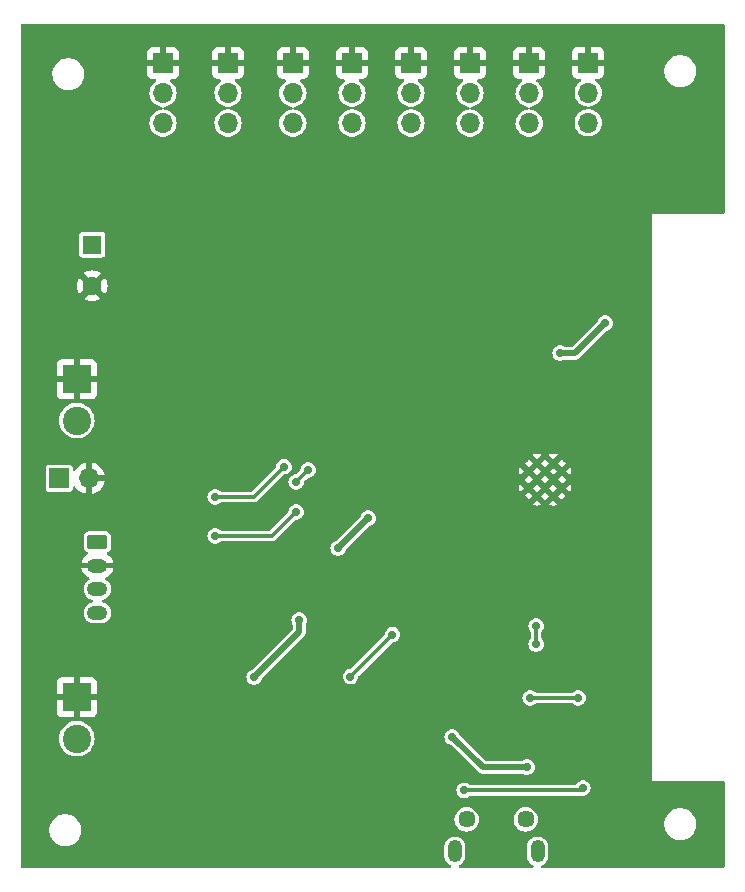
<source format=gbr>
%TF.GenerationSoftware,KiCad,Pcbnew,8.0.4*%
%TF.CreationDate,2024-07-27T14:27:44+01:00*%
%TF.ProjectId,ESP-SPIDER,4553502d-5350-4494-9445-522e6b696361,rev?*%
%TF.SameCoordinates,Original*%
%TF.FileFunction,Copper,L2,Bot*%
%TF.FilePolarity,Positive*%
%FSLAX46Y46*%
G04 Gerber Fmt 4.6, Leading zero omitted, Abs format (unit mm)*
G04 Created by KiCad (PCBNEW 8.0.4) date 2024-07-27 14:27:44*
%MOMM*%
%LPD*%
G01*
G04 APERTURE LIST*
G04 Aperture macros list*
%AMRoundRect*
0 Rectangle with rounded corners*
0 $1 Rounding radius*
0 $2 $3 $4 $5 $6 $7 $8 $9 X,Y pos of 4 corners*
0 Add a 4 corners polygon primitive as box body*
4,1,4,$2,$3,$4,$5,$6,$7,$8,$9,$2,$3,0*
0 Add four circle primitives for the rounded corners*
1,1,$1+$1,$2,$3*
1,1,$1+$1,$4,$5*
1,1,$1+$1,$6,$7*
1,1,$1+$1,$8,$9*
0 Add four rect primitives between the rounded corners*
20,1,$1+$1,$2,$3,$4,$5,0*
20,1,$1+$1,$4,$5,$6,$7,0*
20,1,$1+$1,$6,$7,$8,$9,0*
20,1,$1+$1,$8,$9,$2,$3,0*%
G04 Aperture macros list end*
%TA.AperFunction,ComponentPad*%
%ADD10R,1.700000X1.700000*%
%TD*%
%TA.AperFunction,ComponentPad*%
%ADD11O,1.700000X1.700000*%
%TD*%
%TA.AperFunction,HeatsinkPad*%
%ADD12C,0.600000*%
%TD*%
%TA.AperFunction,ComponentPad*%
%ADD13R,2.400000X2.400000*%
%TD*%
%TA.AperFunction,ComponentPad*%
%ADD14C,2.400000*%
%TD*%
%TA.AperFunction,ComponentPad*%
%ADD15R,1.600000X1.600000*%
%TD*%
%TA.AperFunction,ComponentPad*%
%ADD16C,1.600000*%
%TD*%
%TA.AperFunction,ComponentPad*%
%ADD17RoundRect,0.250000X-0.625000X0.350000X-0.625000X-0.350000X0.625000X-0.350000X0.625000X0.350000X0*%
%TD*%
%TA.AperFunction,ComponentPad*%
%ADD18O,1.750000X1.200000*%
%TD*%
%TA.AperFunction,ComponentPad*%
%ADD19O,1.200000X1.900000*%
%TD*%
%TA.AperFunction,ComponentPad*%
%ADD20C,1.450000*%
%TD*%
%TA.AperFunction,ViaPad*%
%ADD21C,0.700000*%
%TD*%
%TA.AperFunction,Conductor*%
%ADD22C,0.300000*%
%TD*%
%TA.AperFunction,Conductor*%
%ADD23C,0.500000*%
%TD*%
G04 APERTURE END LIST*
D10*
%TO.P,J13,1,Pin_1*%
%TO.N,+5V*%
X124709000Y-100008000D03*
D11*
%TO.P,J13,2,Pin_2*%
%TO.N,GND*%
X127249000Y-100008000D03*
%TD*%
D12*
%TO.P,U1,39,GND*%
%TO.N,GND*%
X166564000Y-98713000D03*
X165164000Y-98713000D03*
X167264000Y-99413000D03*
X165864000Y-99413000D03*
X164464000Y-99413000D03*
X166564000Y-100088000D03*
X165164000Y-100088000D03*
X167264000Y-100813000D03*
X165864000Y-100813000D03*
X164464000Y-100813000D03*
X166564000Y-101513000D03*
X165164000Y-101513000D03*
%TD*%
D10*
%TO.P,J9,1,Pin_1*%
%TO.N,GND*%
X149504000Y-64838000D03*
D11*
%TO.P,J9,2,Pin_2*%
%TO.N,+5V*%
X149504000Y-67378000D03*
%TO.P,J9,3,Pin_3*%
%TO.N,Net-(J9-Pin_3)*%
X149504000Y-69918000D03*
%TD*%
D10*
%TO.P,J4,1,Pin_1*%
%TO.N,GND*%
X133504000Y-64863000D03*
D11*
%TO.P,J4,2,Pin_2*%
%TO.N,+5V*%
X133504000Y-67403000D03*
%TO.P,J4,3,Pin_3*%
%TO.N,Net-(J4-Pin_3)*%
X133504000Y-69943000D03*
%TD*%
D10*
%TO.P,J3,1,Pin_1*%
%TO.N,GND*%
X139004000Y-64838000D03*
D11*
%TO.P,J3,2,Pin_2*%
%TO.N,+5V*%
X139004000Y-67378000D03*
%TO.P,J3,3,Pin_3*%
%TO.N,Net-(J3-Pin_3)*%
X139004000Y-69918000D03*
%TD*%
D10*
%TO.P,J5,1,Pin_1*%
%TO.N,GND*%
X169504000Y-64813000D03*
D11*
%TO.P,J5,2,Pin_2*%
%TO.N,+5V*%
X169504000Y-67353000D03*
%TO.P,J5,3,Pin_3*%
%TO.N,Net-(J5-Pin_3)*%
X169504000Y-69893000D03*
%TD*%
D13*
%TO.P,J10,1,Pin_1*%
%TO.N,GND*%
X126204000Y-91613000D03*
D14*
%TO.P,J10,2,Pin_2*%
%TO.N,+5V*%
X126204000Y-95113000D03*
%TD*%
D10*
%TO.P,J8,1,Pin_1*%
%TO.N,GND*%
X154504000Y-64838000D03*
D11*
%TO.P,J8,2,Pin_2*%
%TO.N,+5V*%
X154504000Y-67378000D03*
%TO.P,J8,3,Pin_3*%
%TO.N,Net-(J8-Pin_3)*%
X154504000Y-69918000D03*
%TD*%
D13*
%TO.P,J11,1,Pin_1*%
%TO.N,GND*%
X126204000Y-118550000D03*
D14*
%TO.P,J11,2,Pin_2*%
%TO.N,+3.3V*%
X126204000Y-122050000D03*
%TD*%
D15*
%TO.P,C11,1*%
%TO.N,+5V*%
X127504000Y-80210349D03*
D16*
%TO.P,C11,2*%
%TO.N,GND*%
X127504000Y-83710349D03*
%TD*%
D10*
%TO.P,J2,1,Pin_1*%
%TO.N,GND*%
X144504000Y-64853000D03*
D11*
%TO.P,J2,2,Pin_2*%
%TO.N,+5V*%
X144504000Y-67393000D03*
%TO.P,J2,3,Pin_3*%
%TO.N,Net-(J2-Pin_3)*%
X144504000Y-69933000D03*
%TD*%
D17*
%TO.P,J12,1,Pin_1*%
%TO.N,+5V*%
X127954000Y-105390000D03*
D18*
%TO.P,J12,2,Pin_2*%
%TO.N,GND*%
X127954000Y-107390000D03*
%TO.P,J12,3,Pin_3*%
%TO.N,/SCL*%
X127954000Y-109390000D03*
%TO.P,J12,4,Pin_4*%
%TO.N,/SDA*%
X127954000Y-111390000D03*
%TD*%
D10*
%TO.P,J7,1,Pin_1*%
%TO.N,GND*%
X159504000Y-64853000D03*
D11*
%TO.P,J7,2,Pin_2*%
%TO.N,+5V*%
X159504000Y-67393000D03*
%TO.P,J7,3,Pin_3*%
%TO.N,Net-(J7-Pin_3)*%
X159504000Y-69933000D03*
%TD*%
D19*
%TO.P,J1,6,Shield*%
%TO.N,unconnected-(J1-Shield-Pad6)_7*%
X158215000Y-131584000D03*
D20*
%TO.N,unconnected-(J1-Shield-Pad6)_5*%
X159215000Y-128884000D03*
%TO.N,unconnected-(J1-Shield-Pad6)_1*%
X164215000Y-128884000D03*
D19*
%TO.N,unconnected-(J1-Shield-Pad6)_3*%
X165215000Y-131584000D03*
%TD*%
D10*
%TO.P,J6,1,Pin_1*%
%TO.N,GND*%
X164504000Y-64853000D03*
D11*
%TO.P,J6,2,Pin_2*%
%TO.N,+5V*%
X164504000Y-67393000D03*
%TO.P,J6,3,Pin_3*%
%TO.N,Net-(J6-Pin_3)*%
X164504000Y-69933000D03*
%TD*%
D21*
%TO.N,GND*%
X129540000Y-100008000D03*
X149352000Y-124138000D03*
X163068000Y-127440000D03*
%TO.N,Net-(D3-A2)*%
X159004000Y-126424000D03*
X169064500Y-126217000D03*
%TO.N,GND*%
X141224000Y-127762000D03*
X173486000Y-111739000D03*
X144780000Y-85598000D03*
X173482000Y-94234000D03*
X154432000Y-96012000D03*
X147574000Y-86360000D03*
X151192500Y-131863000D03*
X166374000Y-124012000D03*
X159516000Y-120629000D03*
X143510000Y-108966000D03*
X155448000Y-86868000D03*
X142752000Y-117835000D03*
X143510000Y-109982000D03*
X142240000Y-107442000D03*
X139954000Y-109220000D03*
X138938000Y-109220000D03*
X170692000Y-117327000D03*
X167406000Y-120964000D03*
X148340000Y-91419000D03*
X139954000Y-96012000D03*
X161234000Y-121197000D03*
X166370000Y-90932000D03*
%TO.N,+3.3V*%
X150876000Y-103378000D03*
X167132000Y-89408000D03*
X148336000Y-105918000D03*
X170942000Y-86868000D03*
%TO.N,/IO0*%
X152933500Y-113241500D03*
X149377500Y-116797500D03*
%TO.N,/SDA*%
X137926000Y-104881000D03*
X144784000Y-100309000D03*
X145800000Y-99293000D03*
X144784000Y-102849000D03*
%TO.N,/SCL*%
X137926000Y-101579000D03*
X143751000Y-99022000D03*
%TO.N,Net-(U2-VBUS)*%
X164596000Y-118597000D03*
X168660000Y-118597000D03*
%TO.N,/RXD*%
X165100000Y-112501000D03*
X165100000Y-114046000D03*
%TO.N,+3.3VADC*%
X157988000Y-121920000D03*
X164338000Y-124460000D03*
X145034000Y-112014000D03*
X141224000Y-116840000D03*
%TD*%
D22*
%TO.N,Net-(D3-A2)*%
X168857500Y-126424000D02*
X169064500Y-126217000D01*
X159004000Y-126424000D02*
X168857500Y-126424000D01*
%TO.N,/IO0*%
X152933500Y-113241500D02*
X149377500Y-116797500D01*
D23*
%TO.N,+3.3VADC*%
X145034000Y-113030000D02*
X145034000Y-112014000D01*
X141224000Y-116840000D02*
X145034000Y-113030000D01*
%TO.N,+3.3V*%
X167132000Y-89408000D02*
X168402000Y-89408000D01*
X168402000Y-89408000D02*
X170942000Y-86868000D01*
X148336000Y-105918000D02*
X150876000Y-103378000D01*
D22*
%TO.N,/SDA*%
X142752000Y-104881000D02*
X137926000Y-104881000D01*
X144784000Y-100309000D02*
X145800000Y-99293000D01*
X144784000Y-102849000D02*
X142752000Y-104881000D01*
%TO.N,/SCL*%
X137926000Y-101579000D02*
X141194000Y-101579000D01*
X141194000Y-101579000D02*
X143751000Y-99022000D01*
%TO.N,Net-(U2-VBUS)*%
X168660000Y-118597000D02*
X164596000Y-118597000D01*
%TO.N,/RXD*%
X165100000Y-112501000D02*
X165100000Y-114046000D01*
D23*
%TO.N,+3.3VADC*%
X160574000Y-124460000D02*
X158011000Y-121897000D01*
D22*
X158011000Y-121897000D02*
X157988000Y-121920000D01*
D23*
X164338000Y-124460000D02*
X160574000Y-124460000D01*
%TD*%
%TA.AperFunction,Conductor*%
%TO.N,GND*%
G36*
X180998539Y-61534185D02*
G01*
X181044294Y-61586989D01*
X181055500Y-61638500D01*
X181055500Y-77489000D01*
X181035815Y-77556039D01*
X180983011Y-77601794D01*
X180931500Y-77613000D01*
X174884000Y-77613000D01*
X174884000Y-125613000D01*
X180931500Y-125613000D01*
X180998539Y-125632685D01*
X181044294Y-125685489D01*
X181055500Y-125737000D01*
X181055500Y-132857500D01*
X181035815Y-132924539D01*
X180983011Y-132970294D01*
X180931500Y-132981500D01*
X165662622Y-132981500D01*
X165595583Y-132961815D01*
X165549828Y-132909011D01*
X165539884Y-132839853D01*
X165568909Y-132776297D01*
X165615170Y-132742939D01*
X165641541Y-132732016D01*
X165641544Y-132732014D01*
X165641547Y-132732013D01*
X165789035Y-132633464D01*
X165914464Y-132508035D01*
X166013013Y-132360547D01*
X166080894Y-132196666D01*
X166115500Y-132022691D01*
X166115500Y-131145309D01*
X166115500Y-131145306D01*
X166115499Y-131145304D01*
X166080896Y-130971341D01*
X166080893Y-130971332D01*
X166013016Y-130807459D01*
X166013009Y-130807446D01*
X165914464Y-130659965D01*
X165914461Y-130659961D01*
X165789038Y-130534538D01*
X165789034Y-130534535D01*
X165641553Y-130435990D01*
X165641540Y-130435983D01*
X165477667Y-130368106D01*
X165477658Y-130368103D01*
X165303694Y-130333500D01*
X165303691Y-130333500D01*
X165126309Y-130333500D01*
X165126306Y-130333500D01*
X164952341Y-130368103D01*
X164952332Y-130368106D01*
X164788459Y-130435983D01*
X164788446Y-130435990D01*
X164640965Y-130534535D01*
X164640961Y-130534538D01*
X164515538Y-130659961D01*
X164515535Y-130659965D01*
X164416990Y-130807446D01*
X164416983Y-130807459D01*
X164349106Y-130971332D01*
X164349103Y-130971341D01*
X164314500Y-131145304D01*
X164314500Y-132022695D01*
X164349103Y-132196658D01*
X164349106Y-132196667D01*
X164416983Y-132360540D01*
X164416990Y-132360553D01*
X164515535Y-132508034D01*
X164515538Y-132508038D01*
X164640961Y-132633461D01*
X164640965Y-132633464D01*
X164788446Y-132732009D01*
X164788458Y-132732016D01*
X164814830Y-132742939D01*
X164869234Y-132786779D01*
X164891299Y-132853073D01*
X164874020Y-132920773D01*
X164822883Y-132968383D01*
X164767378Y-132981500D01*
X158662622Y-132981500D01*
X158595583Y-132961815D01*
X158549828Y-132909011D01*
X158539884Y-132839853D01*
X158568909Y-132776297D01*
X158615170Y-132742939D01*
X158641541Y-132732016D01*
X158641544Y-132732014D01*
X158641547Y-132732013D01*
X158789035Y-132633464D01*
X158914464Y-132508035D01*
X159013013Y-132360547D01*
X159080894Y-132196666D01*
X159115500Y-132022691D01*
X159115500Y-131145309D01*
X159115500Y-131145306D01*
X159115499Y-131145304D01*
X159080896Y-130971341D01*
X159080893Y-130971332D01*
X159013016Y-130807459D01*
X159013009Y-130807446D01*
X158914464Y-130659965D01*
X158914461Y-130659961D01*
X158789038Y-130534538D01*
X158789034Y-130534535D01*
X158641553Y-130435990D01*
X158641540Y-130435983D01*
X158477667Y-130368106D01*
X158477658Y-130368103D01*
X158303694Y-130333500D01*
X158303691Y-130333500D01*
X158126309Y-130333500D01*
X158126306Y-130333500D01*
X157952341Y-130368103D01*
X157952332Y-130368106D01*
X157788459Y-130435983D01*
X157788446Y-130435990D01*
X157640965Y-130534535D01*
X157640961Y-130534538D01*
X157515538Y-130659961D01*
X157515535Y-130659965D01*
X157416990Y-130807446D01*
X157416983Y-130807459D01*
X157349106Y-130971332D01*
X157349103Y-130971341D01*
X157314500Y-131145304D01*
X157314500Y-132022695D01*
X157349103Y-132196658D01*
X157349106Y-132196667D01*
X157416983Y-132360540D01*
X157416990Y-132360553D01*
X157515535Y-132508034D01*
X157515538Y-132508038D01*
X157640961Y-132633461D01*
X157640965Y-132633464D01*
X157788446Y-132732009D01*
X157788458Y-132732016D01*
X157814830Y-132742939D01*
X157869234Y-132786779D01*
X157891299Y-132853073D01*
X157874020Y-132920773D01*
X157822883Y-132968383D01*
X157767378Y-132981500D01*
X121582500Y-132981500D01*
X121515461Y-132961815D01*
X121469706Y-132909011D01*
X121458500Y-132857500D01*
X121458500Y-129687713D01*
X123871500Y-129687713D01*
X123871500Y-129900286D01*
X123904753Y-130110239D01*
X123970444Y-130312414D01*
X124066951Y-130501820D01*
X124191890Y-130673786D01*
X124342213Y-130824109D01*
X124514179Y-130949048D01*
X124514181Y-130949049D01*
X124514184Y-130949051D01*
X124703588Y-131045557D01*
X124905757Y-131111246D01*
X125115713Y-131144500D01*
X125115714Y-131144500D01*
X125328286Y-131144500D01*
X125328287Y-131144500D01*
X125538243Y-131111246D01*
X125740412Y-131045557D01*
X125929816Y-130949051D01*
X125951789Y-130933086D01*
X126101786Y-130824109D01*
X126101788Y-130824106D01*
X126101792Y-130824104D01*
X126252104Y-130673792D01*
X126252106Y-130673788D01*
X126252109Y-130673786D01*
X126377048Y-130501820D01*
X126377047Y-130501820D01*
X126377051Y-130501816D01*
X126473557Y-130312412D01*
X126539246Y-130110243D01*
X126572500Y-129900287D01*
X126572500Y-129687713D01*
X126539246Y-129477757D01*
X126473557Y-129275588D01*
X126377051Y-129086184D01*
X126377049Y-129086181D01*
X126377048Y-129086179D01*
X126252109Y-128914213D01*
X126221896Y-128884000D01*
X158184538Y-128884000D01*
X158204337Y-129085031D01*
X158262978Y-129278345D01*
X158358198Y-129456488D01*
X158358201Y-129456492D01*
X158358202Y-129456494D01*
X158377688Y-129480238D01*
X158486352Y-129612647D01*
X158595016Y-129701824D01*
X158642506Y-129740798D01*
X158642509Y-129740799D01*
X158642511Y-129740801D01*
X158820654Y-129836021D01*
X158820656Y-129836021D01*
X158820659Y-129836023D01*
X159013967Y-129894662D01*
X159215000Y-129914462D01*
X159416033Y-129894662D01*
X159609341Y-129836023D01*
X159787494Y-129740798D01*
X159943647Y-129612647D01*
X160071798Y-129456494D01*
X160167023Y-129278341D01*
X160225662Y-129085033D01*
X160245462Y-128884000D01*
X163184538Y-128884000D01*
X163204337Y-129085031D01*
X163262978Y-129278345D01*
X163358198Y-129456488D01*
X163358201Y-129456492D01*
X163358202Y-129456494D01*
X163377688Y-129480238D01*
X163486352Y-129612647D01*
X163595016Y-129701824D01*
X163642506Y-129740798D01*
X163642509Y-129740799D01*
X163642511Y-129740801D01*
X163820654Y-129836021D01*
X163820656Y-129836021D01*
X163820659Y-129836023D01*
X164013967Y-129894662D01*
X164215000Y-129914462D01*
X164416033Y-129894662D01*
X164609341Y-129836023D01*
X164787494Y-129740798D01*
X164943647Y-129612647D01*
X165071798Y-129456494D01*
X165167023Y-129278341D01*
X165196941Y-129179713D01*
X175941500Y-129179713D01*
X175941500Y-129392287D01*
X175974754Y-129602243D01*
X176019774Y-129740801D01*
X176040444Y-129804414D01*
X176136951Y-129993820D01*
X176261890Y-130165786D01*
X176412213Y-130316109D01*
X176584179Y-130441048D01*
X176584181Y-130441049D01*
X176584184Y-130441051D01*
X176773588Y-130537557D01*
X176975757Y-130603246D01*
X177185713Y-130636500D01*
X177185714Y-130636500D01*
X177398286Y-130636500D01*
X177398287Y-130636500D01*
X177608243Y-130603246D01*
X177810412Y-130537557D01*
X177999816Y-130441051D01*
X178100221Y-130368103D01*
X178171786Y-130316109D01*
X178171788Y-130316106D01*
X178171792Y-130316104D01*
X178322104Y-130165792D01*
X178322106Y-130165788D01*
X178322109Y-130165786D01*
X178447048Y-129993820D01*
X178447047Y-129993820D01*
X178447051Y-129993816D01*
X178543557Y-129804412D01*
X178609246Y-129602243D01*
X178642500Y-129392287D01*
X178642500Y-129179713D01*
X178609246Y-128969757D01*
X178543557Y-128767588D01*
X178447051Y-128578184D01*
X178447049Y-128578181D01*
X178447048Y-128578179D01*
X178322109Y-128406213D01*
X178171786Y-128255890D01*
X177999820Y-128130951D01*
X177810414Y-128034444D01*
X177810413Y-128034443D01*
X177810412Y-128034443D01*
X177608243Y-127968754D01*
X177608241Y-127968753D01*
X177608240Y-127968753D01*
X177446957Y-127943208D01*
X177398287Y-127935500D01*
X177185713Y-127935500D01*
X177137042Y-127943208D01*
X176975760Y-127968753D01*
X176773585Y-128034444D01*
X176584179Y-128130951D01*
X176412213Y-128255890D01*
X176261890Y-128406213D01*
X176136951Y-128578179D01*
X176040444Y-128767585D01*
X175974753Y-128969760D01*
X175941500Y-129179713D01*
X165196941Y-129179713D01*
X165225662Y-129085033D01*
X165245462Y-128884000D01*
X165225662Y-128682967D01*
X165167023Y-128489659D01*
X165167021Y-128489656D01*
X165167021Y-128489654D01*
X165071801Y-128311511D01*
X165071799Y-128311509D01*
X165071798Y-128311506D01*
X165026155Y-128255890D01*
X164943647Y-128155352D01*
X164787495Y-128027203D01*
X164787488Y-128027198D01*
X164609345Y-127931978D01*
X164416031Y-127873337D01*
X164215000Y-127853538D01*
X164013968Y-127873337D01*
X163820654Y-127931978D01*
X163642511Y-128027198D01*
X163642504Y-128027203D01*
X163486352Y-128155352D01*
X163358203Y-128311504D01*
X163358198Y-128311511D01*
X163262978Y-128489654D01*
X163204337Y-128682968D01*
X163184538Y-128884000D01*
X160245462Y-128884000D01*
X160225662Y-128682967D01*
X160167023Y-128489659D01*
X160167021Y-128489656D01*
X160167021Y-128489654D01*
X160071801Y-128311511D01*
X160071799Y-128311509D01*
X160071798Y-128311506D01*
X160026155Y-128255890D01*
X159943647Y-128155352D01*
X159787495Y-128027203D01*
X159787488Y-128027198D01*
X159609345Y-127931978D01*
X159416031Y-127873337D01*
X159215000Y-127853538D01*
X159013968Y-127873337D01*
X158820654Y-127931978D01*
X158642511Y-128027198D01*
X158642504Y-128027203D01*
X158486352Y-128155352D01*
X158358203Y-128311504D01*
X158358198Y-128311511D01*
X158262978Y-128489654D01*
X158204337Y-128682968D01*
X158184538Y-128884000D01*
X126221896Y-128884000D01*
X126101786Y-128763890D01*
X125929820Y-128638951D01*
X125740414Y-128542444D01*
X125740413Y-128542443D01*
X125740412Y-128542443D01*
X125538243Y-128476754D01*
X125538241Y-128476753D01*
X125538240Y-128476753D01*
X125376957Y-128451208D01*
X125328287Y-128443500D01*
X125115713Y-128443500D01*
X125067042Y-128451208D01*
X124905760Y-128476753D01*
X124703585Y-128542444D01*
X124514179Y-128638951D01*
X124342213Y-128763890D01*
X124191890Y-128914213D01*
X124066951Y-129086179D01*
X123970444Y-129275585D01*
X123970443Y-129275587D01*
X123970443Y-129275588D01*
X123969547Y-129278345D01*
X123904753Y-129477760D01*
X123871500Y-129687713D01*
X121458500Y-129687713D01*
X121458500Y-126423999D01*
X158348722Y-126423999D01*
X158348722Y-126424000D01*
X158367762Y-126580818D01*
X158394580Y-126651530D01*
X158423780Y-126728523D01*
X158513517Y-126858530D01*
X158631760Y-126963283D01*
X158631762Y-126963284D01*
X158771634Y-127036696D01*
X158925014Y-127074500D01*
X158925015Y-127074500D01*
X159082985Y-127074500D01*
X159236365Y-127036696D01*
X159376240Y-126963283D01*
X159441256Y-126905683D01*
X159504490Y-126875963D01*
X159523483Y-126874500D01*
X168916806Y-126874500D01*
X168916809Y-126874500D01*
X168933014Y-126870157D01*
X168980059Y-126866837D01*
X168985513Y-126867499D01*
X168985515Y-126867500D01*
X168985517Y-126867500D01*
X169143485Y-126867500D01*
X169296865Y-126829696D01*
X169436740Y-126756283D01*
X169554983Y-126651530D01*
X169644720Y-126521523D01*
X169700737Y-126373818D01*
X169719778Y-126217000D01*
X169707937Y-126119475D01*
X169700737Y-126060181D01*
X169673920Y-125989471D01*
X169644720Y-125912477D01*
X169554983Y-125782470D01*
X169436740Y-125677717D01*
X169436738Y-125677716D01*
X169436737Y-125677715D01*
X169296865Y-125604303D01*
X169143486Y-125566500D01*
X169143485Y-125566500D01*
X168985515Y-125566500D01*
X168985514Y-125566500D01*
X168832134Y-125604303D01*
X168692262Y-125677715D01*
X168574016Y-125782471D01*
X168480019Y-125918650D01*
X168477571Y-125916960D01*
X168438507Y-125957337D01*
X168377292Y-125973500D01*
X159523483Y-125973500D01*
X159456444Y-125953815D01*
X159441256Y-125942316D01*
X159376240Y-125884717D01*
X159376238Y-125884716D01*
X159376237Y-125884715D01*
X159236365Y-125811303D01*
X159082986Y-125773500D01*
X159082985Y-125773500D01*
X158925015Y-125773500D01*
X158925014Y-125773500D01*
X158771634Y-125811303D01*
X158631762Y-125884715D01*
X158513516Y-125989471D01*
X158423781Y-126119475D01*
X158423780Y-126119476D01*
X158367762Y-126267181D01*
X158348722Y-126423999D01*
X121458500Y-126423999D01*
X121458500Y-122049994D01*
X124698357Y-122049994D01*
X124698357Y-122050005D01*
X124718890Y-122297812D01*
X124718892Y-122297824D01*
X124779936Y-122538881D01*
X124879826Y-122766606D01*
X125015833Y-122974782D01*
X125015836Y-122974785D01*
X125184256Y-123157738D01*
X125380491Y-123310474D01*
X125599190Y-123428828D01*
X125834386Y-123509571D01*
X126079665Y-123550500D01*
X126328335Y-123550500D01*
X126573614Y-123509571D01*
X126808810Y-123428828D01*
X127027509Y-123310474D01*
X127223744Y-123157738D01*
X127392164Y-122974785D01*
X127528173Y-122766607D01*
X127628063Y-122538881D01*
X127689108Y-122297821D01*
X127709643Y-122050000D01*
X127698871Y-121919999D01*
X157332722Y-121919999D01*
X157332722Y-121920000D01*
X157351762Y-122076818D01*
X157407780Y-122224523D01*
X157497517Y-122354530D01*
X157615760Y-122459283D01*
X157755635Y-122532696D01*
X157871417Y-122561232D01*
X157929423Y-122593948D01*
X160235985Y-124900510D01*
X160361515Y-124972984D01*
X160501525Y-125010500D01*
X163956569Y-125010500D01*
X164014194Y-125024703D01*
X164105635Y-125072696D01*
X164182325Y-125091598D01*
X164259014Y-125110500D01*
X164259015Y-125110500D01*
X164416985Y-125110500D01*
X164570365Y-125072696D01*
X164710240Y-124999283D01*
X164828483Y-124894530D01*
X164918220Y-124764523D01*
X164974237Y-124616818D01*
X164993278Y-124460000D01*
X164974237Y-124303182D01*
X164918220Y-124155477D01*
X164828483Y-124025470D01*
X164710240Y-123920717D01*
X164710238Y-123920716D01*
X164710237Y-123920715D01*
X164570365Y-123847303D01*
X164416986Y-123809500D01*
X164416985Y-123809500D01*
X164259015Y-123809500D01*
X164259014Y-123809500D01*
X164105636Y-123847303D01*
X164059763Y-123871379D01*
X164014194Y-123895296D01*
X163956569Y-123909500D01*
X160853387Y-123909500D01*
X160786348Y-123889815D01*
X160765706Y-123873181D01*
X158623832Y-121731307D01*
X158595571Y-121687597D01*
X158568219Y-121615475D01*
X158536330Y-121569277D01*
X158478483Y-121485470D01*
X158360240Y-121380717D01*
X158360238Y-121380716D01*
X158360237Y-121380715D01*
X158220365Y-121307303D01*
X158066986Y-121269500D01*
X158066985Y-121269500D01*
X157909015Y-121269500D01*
X157909014Y-121269500D01*
X157755634Y-121307303D01*
X157615762Y-121380715D01*
X157497516Y-121485471D01*
X157407781Y-121615475D01*
X157407780Y-121615476D01*
X157351762Y-121763181D01*
X157332722Y-121919999D01*
X127698871Y-121919999D01*
X127689108Y-121802179D01*
X127660092Y-121687597D01*
X127628063Y-121561118D01*
X127528173Y-121333393D01*
X127392166Y-121125217D01*
X127370557Y-121101744D01*
X127223744Y-120942262D01*
X127027509Y-120789526D01*
X127027507Y-120789525D01*
X127027506Y-120789524D01*
X126808811Y-120671172D01*
X126808802Y-120671169D01*
X126573616Y-120590429D01*
X126328335Y-120549500D01*
X126079665Y-120549500D01*
X125834383Y-120590429D01*
X125599197Y-120671169D01*
X125599188Y-120671172D01*
X125380493Y-120789524D01*
X125184257Y-120942261D01*
X125015833Y-121125217D01*
X124879826Y-121333393D01*
X124779936Y-121561118D01*
X124718892Y-121802175D01*
X124718890Y-121802187D01*
X124698357Y-122049994D01*
X121458500Y-122049994D01*
X121458500Y-117302155D01*
X124504000Y-117302155D01*
X124504000Y-118300000D01*
X125655518Y-118300000D01*
X125644889Y-118318409D01*
X125604000Y-118471009D01*
X125604000Y-118628991D01*
X125644889Y-118781591D01*
X125655518Y-118800000D01*
X124504000Y-118800000D01*
X124504000Y-119797844D01*
X124510401Y-119857372D01*
X124510403Y-119857379D01*
X124560645Y-119992086D01*
X124560649Y-119992093D01*
X124646809Y-120107187D01*
X124646812Y-120107190D01*
X124761906Y-120193350D01*
X124761913Y-120193354D01*
X124896620Y-120243596D01*
X124896627Y-120243598D01*
X124956155Y-120249999D01*
X124956172Y-120250000D01*
X125954000Y-120250000D01*
X125954000Y-119098482D01*
X125972409Y-119109111D01*
X126125009Y-119150000D01*
X126282991Y-119150000D01*
X126435591Y-119109111D01*
X126454000Y-119098482D01*
X126454000Y-120250000D01*
X127451828Y-120250000D01*
X127451844Y-120249999D01*
X127511372Y-120243598D01*
X127511379Y-120243596D01*
X127646086Y-120193354D01*
X127646093Y-120193350D01*
X127761187Y-120107190D01*
X127761190Y-120107187D01*
X127847350Y-119992093D01*
X127847354Y-119992086D01*
X127897596Y-119857379D01*
X127897598Y-119857372D01*
X127903999Y-119797844D01*
X127904000Y-119797827D01*
X127904000Y-118800000D01*
X126752482Y-118800000D01*
X126763111Y-118781591D01*
X126804000Y-118628991D01*
X126804000Y-118596999D01*
X163940722Y-118596999D01*
X163940722Y-118597000D01*
X163959762Y-118753818D01*
X163977277Y-118800000D01*
X164015780Y-118901523D01*
X164105517Y-119031530D01*
X164223760Y-119136283D01*
X164223762Y-119136284D01*
X164363634Y-119209696D01*
X164517014Y-119247500D01*
X164517015Y-119247500D01*
X164674985Y-119247500D01*
X164828365Y-119209696D01*
X164968240Y-119136283D01*
X165033256Y-119078683D01*
X165096490Y-119048963D01*
X165115483Y-119047500D01*
X168140517Y-119047500D01*
X168207556Y-119067185D01*
X168222741Y-119078682D01*
X168287760Y-119136283D01*
X168287762Y-119136284D01*
X168427634Y-119209696D01*
X168581014Y-119247500D01*
X168581015Y-119247500D01*
X168738985Y-119247500D01*
X168892365Y-119209696D01*
X169032240Y-119136283D01*
X169150483Y-119031530D01*
X169240220Y-118901523D01*
X169296237Y-118753818D01*
X169315278Y-118597000D01*
X169296237Y-118440182D01*
X169240220Y-118292477D01*
X169150483Y-118162470D01*
X169032240Y-118057717D01*
X169032238Y-118057716D01*
X169032237Y-118057715D01*
X168892365Y-117984303D01*
X168738986Y-117946500D01*
X168738985Y-117946500D01*
X168581015Y-117946500D01*
X168581014Y-117946500D01*
X168427634Y-117984303D01*
X168287762Y-118057715D01*
X168222744Y-118115316D01*
X168159510Y-118145037D01*
X168140517Y-118146500D01*
X165115483Y-118146500D01*
X165048444Y-118126815D01*
X165033256Y-118115316D01*
X164981970Y-118069881D01*
X164968240Y-118057717D01*
X164968238Y-118057716D01*
X164968237Y-118057715D01*
X164828365Y-117984303D01*
X164674986Y-117946500D01*
X164674985Y-117946500D01*
X164517015Y-117946500D01*
X164517014Y-117946500D01*
X164363634Y-117984303D01*
X164223762Y-118057715D01*
X164105516Y-118162471D01*
X164015781Y-118292475D01*
X164015780Y-118292476D01*
X163959762Y-118440181D01*
X163940722Y-118596999D01*
X126804000Y-118596999D01*
X126804000Y-118471009D01*
X126763111Y-118318409D01*
X126752482Y-118300000D01*
X127904000Y-118300000D01*
X127904000Y-117302172D01*
X127903999Y-117302155D01*
X127897598Y-117242627D01*
X127897596Y-117242620D01*
X127847354Y-117107913D01*
X127847350Y-117107906D01*
X127761190Y-116992812D01*
X127761187Y-116992809D01*
X127646093Y-116906649D01*
X127646086Y-116906645D01*
X127511379Y-116856403D01*
X127511372Y-116856401D01*
X127451844Y-116850000D01*
X126454000Y-116850000D01*
X126454000Y-118001517D01*
X126435591Y-117990889D01*
X126282991Y-117950000D01*
X126125009Y-117950000D01*
X125972409Y-117990889D01*
X125954000Y-118001517D01*
X125954000Y-116850000D01*
X124956155Y-116850000D01*
X124896627Y-116856401D01*
X124896620Y-116856403D01*
X124761913Y-116906645D01*
X124761906Y-116906649D01*
X124646812Y-116992809D01*
X124646809Y-116992812D01*
X124560649Y-117107906D01*
X124560645Y-117107913D01*
X124510403Y-117242620D01*
X124510401Y-117242627D01*
X124504000Y-117302155D01*
X121458500Y-117302155D01*
X121458500Y-116839999D01*
X140568722Y-116839999D01*
X140568722Y-116840000D01*
X140587762Y-116996818D01*
X140643780Y-117144523D01*
X140733517Y-117274530D01*
X140851760Y-117379283D01*
X140851762Y-117379284D01*
X140991634Y-117452696D01*
X141145014Y-117490500D01*
X141145015Y-117490500D01*
X141302985Y-117490500D01*
X141456365Y-117452696D01*
X141465312Y-117448000D01*
X141596240Y-117379283D01*
X141714483Y-117274530D01*
X141804220Y-117144523D01*
X141859677Y-116998294D01*
X141887935Y-116954588D01*
X142045024Y-116797499D01*
X148722222Y-116797499D01*
X148722222Y-116797500D01*
X148741262Y-116954318D01*
X148797280Y-117102023D01*
X148887017Y-117232030D01*
X149005260Y-117336783D01*
X149005262Y-117336784D01*
X149145134Y-117410196D01*
X149298514Y-117448000D01*
X149298515Y-117448000D01*
X149456485Y-117448000D01*
X149609865Y-117410196D01*
X149668764Y-117379283D01*
X149749740Y-117336783D01*
X149867983Y-117232030D01*
X149957720Y-117102023D01*
X150013737Y-116954318D01*
X150030132Y-116819287D01*
X150057754Y-116755111D01*
X150065536Y-116746565D01*
X152883784Y-113928319D01*
X152945107Y-113894834D01*
X152971465Y-113892000D01*
X153012485Y-113892000D01*
X153165865Y-113854196D01*
X153305740Y-113780783D01*
X153423983Y-113676030D01*
X153513720Y-113546023D01*
X153569737Y-113398318D01*
X153588778Y-113241500D01*
X153571898Y-113102475D01*
X153569737Y-113084681D01*
X153535012Y-112993120D01*
X153513720Y-112936977D01*
X153423983Y-112806970D01*
X153305740Y-112702217D01*
X153305738Y-112702216D01*
X153305737Y-112702215D01*
X153165865Y-112628803D01*
X153012486Y-112591000D01*
X153012485Y-112591000D01*
X152854515Y-112591000D01*
X152854514Y-112591000D01*
X152701134Y-112628803D01*
X152561262Y-112702215D01*
X152443016Y-112806971D01*
X152353281Y-112936975D01*
X152353280Y-112936976D01*
X152297263Y-113084680D01*
X152280867Y-113219709D01*
X152253245Y-113283887D01*
X152245452Y-113292443D01*
X149427216Y-116110681D01*
X149365893Y-116144166D01*
X149339535Y-116147000D01*
X149298514Y-116147000D01*
X149145134Y-116184803D01*
X149005262Y-116258215D01*
X148887016Y-116362971D01*
X148797281Y-116492975D01*
X148797280Y-116492976D01*
X148741262Y-116640681D01*
X148722222Y-116797499D01*
X142045024Y-116797499D01*
X145474510Y-113368014D01*
X145546984Y-113242485D01*
X145553087Y-113219709D01*
X145563141Y-113182190D01*
X145570958Y-113153012D01*
X145584500Y-113102475D01*
X145584500Y-112500999D01*
X164444722Y-112500999D01*
X164444722Y-112501000D01*
X164463762Y-112657818D01*
X164480601Y-112702217D01*
X164519780Y-112805523D01*
X164560051Y-112863865D01*
X164609518Y-112935532D01*
X164614491Y-112941145D01*
X164613044Y-112942426D01*
X164644850Y-112993120D01*
X164649500Y-113026759D01*
X164649500Y-113520240D01*
X164629815Y-113587279D01*
X164614153Y-113605556D01*
X164614491Y-113605856D01*
X164609515Y-113611472D01*
X164519781Y-113741475D01*
X164519780Y-113741476D01*
X164463762Y-113889181D01*
X164444722Y-114045999D01*
X164444722Y-114046000D01*
X164463762Y-114202818D01*
X164519780Y-114350523D01*
X164609517Y-114480530D01*
X164727760Y-114585283D01*
X164727762Y-114585284D01*
X164867634Y-114658696D01*
X165021014Y-114696500D01*
X165021015Y-114696500D01*
X165178985Y-114696500D01*
X165332365Y-114658696D01*
X165472240Y-114585283D01*
X165590483Y-114480530D01*
X165680220Y-114350523D01*
X165736237Y-114202818D01*
X165755278Y-114046000D01*
X165736237Y-113889182D01*
X165680220Y-113741477D01*
X165590483Y-113611470D01*
X165590479Y-113611466D01*
X165585509Y-113605856D01*
X165586953Y-113604576D01*
X165555145Y-113553860D01*
X165550500Y-113520240D01*
X165550500Y-113026759D01*
X165570185Y-112959720D01*
X165585846Y-112941444D01*
X165585509Y-112941145D01*
X165590481Y-112935532D01*
X165590481Y-112935531D01*
X165590483Y-112935530D01*
X165680220Y-112805523D01*
X165736237Y-112657818D01*
X165755278Y-112501000D01*
X165738350Y-112361580D01*
X165736237Y-112344181D01*
X165714992Y-112288164D01*
X165680220Y-112196477D01*
X165590483Y-112066470D01*
X165472240Y-111961717D01*
X165472238Y-111961716D01*
X165472237Y-111961715D01*
X165332365Y-111888303D01*
X165178986Y-111850500D01*
X165178985Y-111850500D01*
X165021015Y-111850500D01*
X165021014Y-111850500D01*
X164867634Y-111888303D01*
X164727762Y-111961715D01*
X164609516Y-112066471D01*
X164519781Y-112196475D01*
X164519780Y-112196476D01*
X164463762Y-112344181D01*
X164444722Y-112500999D01*
X145584500Y-112500999D01*
X145584500Y-112400219D01*
X145604185Y-112333180D01*
X145606434Y-112329802D01*
X145614220Y-112318523D01*
X145670237Y-112170818D01*
X145689278Y-112014000D01*
X145670237Y-111857182D01*
X145654828Y-111816553D01*
X145648992Y-111801164D01*
X145614220Y-111709477D01*
X145524483Y-111579470D01*
X145406240Y-111474717D01*
X145406238Y-111474716D01*
X145406237Y-111474715D01*
X145266365Y-111401303D01*
X145112986Y-111363500D01*
X145112985Y-111363500D01*
X144955015Y-111363500D01*
X144955014Y-111363500D01*
X144801634Y-111401303D01*
X144661762Y-111474715D01*
X144543516Y-111579471D01*
X144453781Y-111709475D01*
X144453780Y-111709476D01*
X144397762Y-111857181D01*
X144378722Y-112013999D01*
X144378722Y-112014000D01*
X144397762Y-112170818D01*
X144443152Y-112290499D01*
X144453780Y-112318523D01*
X144461548Y-112329777D01*
X144483433Y-112396130D01*
X144483500Y-112400219D01*
X144483500Y-112750612D01*
X144463815Y-112817651D01*
X144447181Y-112838293D01*
X141104377Y-116181096D01*
X141046372Y-116213811D01*
X140991638Y-116227302D01*
X140991634Y-116227303D01*
X140851762Y-116300715D01*
X140733516Y-116405471D01*
X140643781Y-116535475D01*
X140643780Y-116535476D01*
X140587762Y-116683181D01*
X140568722Y-116839999D01*
X121458500Y-116839999D01*
X121458500Y-107139999D01*
X126604884Y-107139999D01*
X126604885Y-107140000D01*
X127673670Y-107140000D01*
X127653925Y-107159745D01*
X127604556Y-107245255D01*
X127579000Y-107340630D01*
X127579000Y-107439370D01*
X127604556Y-107534745D01*
X127653925Y-107620255D01*
X127673670Y-107640000D01*
X126604885Y-107640000D01*
X126606085Y-107647584D01*
X126659591Y-107812255D01*
X126738195Y-107966524D01*
X126839967Y-108106602D01*
X126962397Y-108229032D01*
X127102475Y-108330804D01*
X127220833Y-108391110D01*
X127271629Y-108439084D01*
X127288424Y-108506905D01*
X127265887Y-108573040D01*
X127233430Y-108604697D01*
X127104961Y-108690538D01*
X126979538Y-108815961D01*
X126979535Y-108815965D01*
X126880990Y-108963446D01*
X126880983Y-108963459D01*
X126813106Y-109127332D01*
X126813103Y-109127341D01*
X126778500Y-109301304D01*
X126778500Y-109478695D01*
X126813103Y-109652658D01*
X126813106Y-109652667D01*
X126880983Y-109816540D01*
X126880990Y-109816553D01*
X126979535Y-109964034D01*
X126979538Y-109964038D01*
X127104961Y-110089461D01*
X127104965Y-110089464D01*
X127252446Y-110188009D01*
X127252459Y-110188016D01*
X127375363Y-110238923D01*
X127416334Y-110255894D01*
X127436594Y-110259924D01*
X127479118Y-110268383D01*
X127541028Y-110300768D01*
X127575603Y-110361484D01*
X127571863Y-110431253D01*
X127530996Y-110487925D01*
X127479118Y-110511617D01*
X127416340Y-110524104D01*
X127416332Y-110524106D01*
X127252459Y-110591983D01*
X127252446Y-110591990D01*
X127104965Y-110690535D01*
X127104961Y-110690538D01*
X126979538Y-110815961D01*
X126979535Y-110815965D01*
X126880990Y-110963446D01*
X126880983Y-110963459D01*
X126813106Y-111127332D01*
X126813103Y-111127341D01*
X126778500Y-111301304D01*
X126778500Y-111478695D01*
X126813103Y-111652658D01*
X126813106Y-111652667D01*
X126880983Y-111816540D01*
X126880990Y-111816553D01*
X126979535Y-111964034D01*
X126979538Y-111964038D01*
X127104961Y-112089461D01*
X127104965Y-112089464D01*
X127252446Y-112188009D01*
X127252459Y-112188016D01*
X127375363Y-112238923D01*
X127416334Y-112255894D01*
X127416336Y-112255894D01*
X127416341Y-112255896D01*
X127590304Y-112290499D01*
X127590307Y-112290500D01*
X127590309Y-112290500D01*
X128317693Y-112290500D01*
X128317694Y-112290499D01*
X128375682Y-112278964D01*
X128491658Y-112255896D01*
X128491661Y-112255894D01*
X128491666Y-112255894D01*
X128655547Y-112188013D01*
X128803035Y-112089464D01*
X128928464Y-111964035D01*
X129027013Y-111816547D01*
X129094894Y-111652666D01*
X129109454Y-111579471D01*
X129129499Y-111478695D01*
X129129500Y-111478693D01*
X129129500Y-111301306D01*
X129129499Y-111301304D01*
X129094896Y-111127341D01*
X129094893Y-111127332D01*
X129027016Y-110963459D01*
X129027009Y-110963446D01*
X128928464Y-110815965D01*
X128928461Y-110815961D01*
X128803038Y-110690538D01*
X128803034Y-110690535D01*
X128655553Y-110591990D01*
X128655540Y-110591983D01*
X128491667Y-110524106D01*
X128491658Y-110524103D01*
X128428882Y-110511617D01*
X128366971Y-110479232D01*
X128332397Y-110418517D01*
X128336136Y-110348747D01*
X128377003Y-110292075D01*
X128428882Y-110268383D01*
X128491658Y-110255896D01*
X128491661Y-110255894D01*
X128491666Y-110255894D01*
X128655547Y-110188013D01*
X128803035Y-110089464D01*
X128928464Y-109964035D01*
X129027013Y-109816547D01*
X129094894Y-109652666D01*
X129129500Y-109478691D01*
X129129500Y-109301309D01*
X129129500Y-109301306D01*
X129129499Y-109301304D01*
X129094896Y-109127341D01*
X129094893Y-109127332D01*
X129027016Y-108963459D01*
X129027009Y-108963446D01*
X128928464Y-108815965D01*
X128928461Y-108815961D01*
X128803038Y-108690538D01*
X128803034Y-108690535D01*
X128674570Y-108604697D01*
X128629765Y-108551084D01*
X128621058Y-108481759D01*
X128651213Y-108418732D01*
X128687167Y-108391110D01*
X128805522Y-108330805D01*
X128945602Y-108229032D01*
X129068032Y-108106602D01*
X129169804Y-107966524D01*
X129248408Y-107812255D01*
X129301914Y-107647584D01*
X129303115Y-107640000D01*
X128234330Y-107640000D01*
X128254075Y-107620255D01*
X128303444Y-107534745D01*
X128329000Y-107439370D01*
X128329000Y-107340630D01*
X128303444Y-107245255D01*
X128254075Y-107159745D01*
X128234330Y-107140000D01*
X129303115Y-107140000D01*
X129303115Y-107139999D01*
X129301914Y-107132415D01*
X129248408Y-106967744D01*
X129169804Y-106813475D01*
X129068032Y-106673397D01*
X128945596Y-106550961D01*
X128803832Y-106447965D01*
X128761166Y-106392636D01*
X128755187Y-106323022D01*
X128787792Y-106261227D01*
X128831228Y-106232292D01*
X128851342Y-106224361D01*
X128971922Y-106132922D01*
X129063361Y-106012342D01*
X129100565Y-105917999D01*
X147680722Y-105917999D01*
X147680722Y-105918000D01*
X147699762Y-106074818D01*
X147755780Y-106222523D01*
X147845517Y-106352530D01*
X147963760Y-106457283D01*
X147963762Y-106457284D01*
X148103634Y-106530696D01*
X148257014Y-106568500D01*
X148257015Y-106568500D01*
X148414985Y-106568500D01*
X148568365Y-106530696D01*
X148708240Y-106457283D01*
X148826483Y-106352530D01*
X148916220Y-106222523D01*
X148971677Y-106076294D01*
X148999935Y-106032588D01*
X150995623Y-104036900D01*
X151053628Y-104004186D01*
X151084959Y-103996464D01*
X151108362Y-103990697D01*
X151108363Y-103990696D01*
X151108365Y-103990696D01*
X151248240Y-103917283D01*
X151366483Y-103812530D01*
X151456220Y-103682523D01*
X151512237Y-103534818D01*
X151531278Y-103378000D01*
X151512237Y-103221182D01*
X151456220Y-103073477D01*
X151366483Y-102943470D01*
X151248240Y-102838717D01*
X151248238Y-102838716D01*
X151248237Y-102838715D01*
X151108365Y-102765303D01*
X150954986Y-102727500D01*
X150954985Y-102727500D01*
X150797015Y-102727500D01*
X150797014Y-102727500D01*
X150643634Y-102765303D01*
X150503762Y-102838715D01*
X150385516Y-102943471D01*
X150295781Y-103073475D01*
X150295780Y-103073476D01*
X150240325Y-103219699D01*
X150212064Y-103263409D01*
X148216377Y-105259096D01*
X148158372Y-105291811D01*
X148103638Y-105305302D01*
X148103634Y-105305303D01*
X147963762Y-105378715D01*
X147845516Y-105483471D01*
X147755781Y-105613475D01*
X147755780Y-105613476D01*
X147699762Y-105761181D01*
X147680722Y-105917999D01*
X129100565Y-105917999D01*
X129118877Y-105871564D01*
X129129500Y-105783102D01*
X129129500Y-104996898D01*
X129118877Y-104908436D01*
X129108057Y-104880999D01*
X137270722Y-104880999D01*
X137270722Y-104881000D01*
X137289762Y-105037818D01*
X137345780Y-105185523D01*
X137435517Y-105315530D01*
X137553760Y-105420283D01*
X137553762Y-105420284D01*
X137693634Y-105493696D01*
X137847014Y-105531500D01*
X137847015Y-105531500D01*
X138004985Y-105531500D01*
X138158365Y-105493696D01*
X138177849Y-105483470D01*
X138298240Y-105420283D01*
X138363256Y-105362683D01*
X138426490Y-105332963D01*
X138445483Y-105331500D01*
X142811308Y-105331500D01*
X142811309Y-105331500D01*
X142901673Y-105307286D01*
X142925887Y-105300799D01*
X143028614Y-105241489D01*
X144734284Y-103535819D01*
X144795607Y-103502334D01*
X144821965Y-103499500D01*
X144862985Y-103499500D01*
X145016365Y-103461696D01*
X145156240Y-103388283D01*
X145274483Y-103283530D01*
X145364220Y-103153523D01*
X145420237Y-103005818D01*
X145439278Y-102849000D01*
X145438030Y-102838717D01*
X145420237Y-102692181D01*
X145398992Y-102636164D01*
X145364220Y-102544477D01*
X145274483Y-102414470D01*
X145156240Y-102309717D01*
X145156238Y-102309716D01*
X145156237Y-102309715D01*
X145016365Y-102236303D01*
X144989412Y-102229660D01*
X164800892Y-102229660D01*
X164800892Y-102229661D01*
X164814692Y-102238333D01*
X164814691Y-102238333D01*
X164984861Y-102297878D01*
X165163997Y-102318062D01*
X165164003Y-102318062D01*
X165343138Y-102297878D01*
X165343141Y-102297877D01*
X165513305Y-102238334D01*
X165513306Y-102238334D01*
X165527106Y-102229661D01*
X165527106Y-102229660D01*
X166200892Y-102229660D01*
X166200892Y-102229661D01*
X166214692Y-102238333D01*
X166214691Y-102238333D01*
X166384861Y-102297878D01*
X166563997Y-102318062D01*
X166564003Y-102318062D01*
X166743138Y-102297878D01*
X166743141Y-102297877D01*
X166913305Y-102238334D01*
X166913306Y-102238334D01*
X166927106Y-102229661D01*
X166927106Y-102229660D01*
X166564001Y-101866553D01*
X166564000Y-101866553D01*
X166200892Y-102229660D01*
X165527106Y-102229660D01*
X165164001Y-101866553D01*
X165164000Y-101866553D01*
X164800892Y-102229660D01*
X144989412Y-102229660D01*
X144862986Y-102198500D01*
X144862985Y-102198500D01*
X144705015Y-102198500D01*
X144705014Y-102198500D01*
X144551634Y-102236303D01*
X144411762Y-102309715D01*
X144293516Y-102414471D01*
X144203781Y-102544475D01*
X144203780Y-102544476D01*
X144147763Y-102692180D01*
X144131367Y-102827209D01*
X144103745Y-102891387D01*
X144095952Y-102899943D01*
X142601716Y-104394181D01*
X142540393Y-104427666D01*
X142514035Y-104430500D01*
X138445483Y-104430500D01*
X138378444Y-104410815D01*
X138363256Y-104399316D01*
X138357460Y-104394181D01*
X138298240Y-104341717D01*
X138298238Y-104341716D01*
X138298237Y-104341715D01*
X138158365Y-104268303D01*
X138004986Y-104230500D01*
X138004985Y-104230500D01*
X137847015Y-104230500D01*
X137847014Y-104230500D01*
X137693634Y-104268303D01*
X137553762Y-104341715D01*
X137435516Y-104446471D01*
X137345781Y-104576475D01*
X137345780Y-104576476D01*
X137289762Y-104724181D01*
X137270722Y-104880999D01*
X129108057Y-104880999D01*
X129063361Y-104767658D01*
X129063360Y-104767657D01*
X129063360Y-104767656D01*
X128971922Y-104647077D01*
X128851343Y-104555639D01*
X128710561Y-104500122D01*
X128664926Y-104494642D01*
X128622102Y-104489500D01*
X127285898Y-104489500D01*
X127246853Y-104494188D01*
X127197438Y-104500122D01*
X127056656Y-104555639D01*
X126936077Y-104647077D01*
X126844639Y-104767656D01*
X126789122Y-104908438D01*
X126783188Y-104957853D01*
X126778500Y-104996898D01*
X126778500Y-105783102D01*
X126784126Y-105829954D01*
X126789122Y-105871561D01*
X126844639Y-106012343D01*
X126936077Y-106132922D01*
X127056656Y-106224360D01*
X127056657Y-106224360D01*
X127056658Y-106224361D01*
X127076771Y-106232292D01*
X127131914Y-106275196D01*
X127155109Y-106341103D01*
X127138990Y-106409088D01*
X127104167Y-106447965D01*
X126962404Y-106550961D01*
X126962399Y-106550965D01*
X126839967Y-106673397D01*
X126738195Y-106813475D01*
X126659591Y-106967744D01*
X126606085Y-107132415D01*
X126604884Y-107139999D01*
X121458500Y-107139999D01*
X121458500Y-101578999D01*
X137270722Y-101578999D01*
X137270722Y-101579000D01*
X137289762Y-101735818D01*
X137337733Y-101862305D01*
X137345780Y-101883523D01*
X137435517Y-102013530D01*
X137553760Y-102118283D01*
X137553762Y-102118284D01*
X137693634Y-102191696D01*
X137847014Y-102229500D01*
X137847015Y-102229500D01*
X138004985Y-102229500D01*
X138158365Y-102191696D01*
X138298240Y-102118283D01*
X138363256Y-102060683D01*
X138426490Y-102030963D01*
X138445483Y-102029500D01*
X141253308Y-102029500D01*
X141253309Y-102029500D01*
X141343673Y-102005286D01*
X141367887Y-101998799D01*
X141470614Y-101939489D01*
X141880443Y-101529660D01*
X164100892Y-101529660D01*
X164100892Y-101529661D01*
X164114692Y-101538333D01*
X164114691Y-101538333D01*
X164284862Y-101597878D01*
X164285644Y-101598057D01*
X164286097Y-101598310D01*
X164291431Y-101600177D01*
X164291104Y-101601111D01*
X164346623Y-101632166D01*
X164375952Y-101685874D01*
X164376822Y-101685570D01*
X164378670Y-101690852D01*
X164378940Y-101691346D01*
X164379121Y-101692142D01*
X164438663Y-101862300D01*
X164438663Y-101862301D01*
X164447338Y-101876107D01*
X164810446Y-101513000D01*
X164790555Y-101493109D01*
X165064000Y-101493109D01*
X165064000Y-101532891D01*
X165079224Y-101569645D01*
X165107355Y-101597776D01*
X165144109Y-101613000D01*
X165183891Y-101613000D01*
X165220645Y-101597776D01*
X165248776Y-101569645D01*
X165264000Y-101532891D01*
X165264000Y-101512999D01*
X165517553Y-101512999D01*
X165517553Y-101513000D01*
X165864000Y-101859446D01*
X165864001Y-101859446D01*
X166210446Y-101513000D01*
X166190555Y-101493109D01*
X166464000Y-101493109D01*
X166464000Y-101532891D01*
X166479224Y-101569645D01*
X166507355Y-101597776D01*
X166544109Y-101613000D01*
X166583891Y-101613000D01*
X166620645Y-101597776D01*
X166648776Y-101569645D01*
X166664000Y-101532891D01*
X166664000Y-101512999D01*
X166917553Y-101512999D01*
X166917553Y-101513000D01*
X167280660Y-101876106D01*
X167280661Y-101876106D01*
X167289334Y-101862306D01*
X167289334Y-101862305D01*
X167348876Y-101692144D01*
X167349056Y-101691358D01*
X167349311Y-101690901D01*
X167351177Y-101685570D01*
X167352110Y-101685896D01*
X167383164Y-101630379D01*
X167436875Y-101601049D01*
X167436570Y-101600177D01*
X167441870Y-101598322D01*
X167442358Y-101598056D01*
X167443144Y-101597876D01*
X167613305Y-101538334D01*
X167613306Y-101538334D01*
X167627106Y-101529661D01*
X167627106Y-101529660D01*
X167264000Y-101166553D01*
X167198240Y-101232314D01*
X167198239Y-101232314D01*
X166917553Y-101512999D01*
X166664000Y-101512999D01*
X166664000Y-101493109D01*
X166648776Y-101456355D01*
X166620645Y-101428224D01*
X166583891Y-101413000D01*
X166544109Y-101413000D01*
X166507355Y-101428224D01*
X166479224Y-101456355D01*
X166464000Y-101493109D01*
X166190555Y-101493109D01*
X165929760Y-101232314D01*
X165864000Y-101166553D01*
X165798240Y-101232314D01*
X165798239Y-101232314D01*
X165517553Y-101512999D01*
X165264000Y-101512999D01*
X165264000Y-101493109D01*
X165248776Y-101456355D01*
X165220645Y-101428224D01*
X165183891Y-101413000D01*
X165144109Y-101413000D01*
X165107355Y-101428224D01*
X165079224Y-101456355D01*
X165064000Y-101493109D01*
X164790555Y-101493109D01*
X164463999Y-101166553D01*
X164463998Y-101166553D01*
X164100892Y-101529660D01*
X141880443Y-101529660D01*
X143101104Y-100308999D01*
X144128722Y-100308999D01*
X144128722Y-100309000D01*
X144147762Y-100465818D01*
X144163760Y-100508000D01*
X144203780Y-100613523D01*
X144293517Y-100743530D01*
X144411760Y-100848283D01*
X144411762Y-100848284D01*
X144551634Y-100921696D01*
X144705014Y-100959500D01*
X144705015Y-100959500D01*
X144862985Y-100959500D01*
X145016365Y-100921696D01*
X145032934Y-100913000D01*
X145156240Y-100848283D01*
X145196070Y-100812997D01*
X163658938Y-100812997D01*
X163658938Y-100813002D01*
X163679121Y-100992138D01*
X163738665Y-101162304D01*
X163747338Y-101176107D01*
X164110446Y-100813000D01*
X164110446Y-100812999D01*
X164090556Y-100793109D01*
X164364000Y-100793109D01*
X164364000Y-100832891D01*
X164379224Y-100869645D01*
X164407355Y-100897776D01*
X164444109Y-100913000D01*
X164483891Y-100913000D01*
X164520645Y-100897776D01*
X164548776Y-100869645D01*
X164564000Y-100832891D01*
X164564000Y-100812998D01*
X164817553Y-100812998D01*
X164817553Y-100812999D01*
X165164000Y-101159446D01*
X165475164Y-100848283D01*
X165510446Y-100812999D01*
X165510446Y-100812998D01*
X165490557Y-100793109D01*
X165764000Y-100793109D01*
X165764000Y-100832891D01*
X165779224Y-100869645D01*
X165807355Y-100897776D01*
X165844109Y-100913000D01*
X165883891Y-100913000D01*
X165920645Y-100897776D01*
X165948776Y-100869645D01*
X165964000Y-100832891D01*
X165964000Y-100812998D01*
X166217553Y-100812998D01*
X166217553Y-100812999D01*
X166564000Y-101159446D01*
X166875164Y-100848283D01*
X166910446Y-100812999D01*
X166910446Y-100812998D01*
X166890557Y-100793109D01*
X167164000Y-100793109D01*
X167164000Y-100832891D01*
X167179224Y-100869645D01*
X167207355Y-100897776D01*
X167244109Y-100913000D01*
X167283891Y-100913000D01*
X167320645Y-100897776D01*
X167348776Y-100869645D01*
X167364000Y-100832891D01*
X167364000Y-100813000D01*
X167617553Y-100813000D01*
X167980660Y-101176106D01*
X167980661Y-101176106D01*
X167989334Y-101162306D01*
X167989334Y-101162305D01*
X168048877Y-100992141D01*
X168048878Y-100992138D01*
X168069062Y-100813002D01*
X168069062Y-100812997D01*
X168048878Y-100633861D01*
X167989333Y-100463692D01*
X167980661Y-100449892D01*
X167980660Y-100449892D01*
X167617553Y-100813000D01*
X167364000Y-100813000D01*
X167364000Y-100793109D01*
X167348776Y-100756355D01*
X167320645Y-100728224D01*
X167283891Y-100713000D01*
X167244109Y-100713000D01*
X167207355Y-100728224D01*
X167179224Y-100756355D01*
X167164000Y-100793109D01*
X166890557Y-100793109D01*
X166564001Y-100466553D01*
X166564000Y-100466553D01*
X166217553Y-100812998D01*
X165964000Y-100812998D01*
X165964000Y-100793109D01*
X165948776Y-100756355D01*
X165920645Y-100728224D01*
X165883891Y-100713000D01*
X165844109Y-100713000D01*
X165807355Y-100728224D01*
X165779224Y-100756355D01*
X165764000Y-100793109D01*
X165490557Y-100793109D01*
X165164001Y-100466553D01*
X165164000Y-100466553D01*
X164817553Y-100812998D01*
X164564000Y-100812998D01*
X164564000Y-100793109D01*
X164548776Y-100756355D01*
X164520645Y-100728224D01*
X164483891Y-100713000D01*
X164444109Y-100713000D01*
X164407355Y-100728224D01*
X164379224Y-100756355D01*
X164364000Y-100793109D01*
X164090556Y-100793109D01*
X163747338Y-100449891D01*
X163747337Y-100449891D01*
X163738667Y-100463691D01*
X163738662Y-100463701D01*
X163679122Y-100633858D01*
X163679121Y-100633861D01*
X163658938Y-100812997D01*
X145196070Y-100812997D01*
X145274483Y-100743530D01*
X145364220Y-100613523D01*
X145420237Y-100465818D01*
X145436632Y-100330787D01*
X145464254Y-100266611D01*
X145472025Y-100258076D01*
X145617101Y-100113000D01*
X164117553Y-100113000D01*
X164451498Y-100446946D01*
X164451499Y-100446946D01*
X164797946Y-100100500D01*
X164797946Y-100100499D01*
X164765556Y-100068109D01*
X165064000Y-100068109D01*
X165064000Y-100107891D01*
X165079224Y-100144645D01*
X165107355Y-100172776D01*
X165144109Y-100188000D01*
X165183891Y-100188000D01*
X165220645Y-100172776D01*
X165248776Y-100144645D01*
X165264000Y-100107891D01*
X165264000Y-100100500D01*
X165530053Y-100100500D01*
X165864000Y-100434446D01*
X165864001Y-100434446D01*
X166197946Y-100100501D01*
X166197946Y-100100499D01*
X166165556Y-100068109D01*
X166464000Y-100068109D01*
X166464000Y-100107891D01*
X166479224Y-100144645D01*
X166507355Y-100172776D01*
X166544109Y-100188000D01*
X166583891Y-100188000D01*
X166620645Y-100172776D01*
X166648776Y-100144645D01*
X166664000Y-100107891D01*
X166664000Y-100100500D01*
X166930053Y-100100500D01*
X167276500Y-100446946D01*
X167276501Y-100446946D01*
X167610446Y-100113001D01*
X167610446Y-100112999D01*
X167264001Y-99766553D01*
X167264000Y-99766553D01*
X166930053Y-100100500D01*
X166664000Y-100100500D01*
X166664000Y-100068109D01*
X166648776Y-100031355D01*
X166620645Y-100003224D01*
X166583891Y-99988000D01*
X166544109Y-99988000D01*
X166507355Y-100003224D01*
X166479224Y-100031355D01*
X166464000Y-100068109D01*
X166165556Y-100068109D01*
X165864001Y-99766553D01*
X165864000Y-99766553D01*
X165530053Y-100100500D01*
X165264000Y-100100500D01*
X165264000Y-100068109D01*
X165248776Y-100031355D01*
X165220645Y-100003224D01*
X165183891Y-99988000D01*
X165144109Y-99988000D01*
X165107355Y-100003224D01*
X165079224Y-100031355D01*
X165064000Y-100068109D01*
X164765556Y-100068109D01*
X164464001Y-99766553D01*
X164464000Y-99766553D01*
X164117553Y-100113000D01*
X145617101Y-100113000D01*
X145750285Y-99979816D01*
X145811607Y-99946334D01*
X145837965Y-99943500D01*
X145878985Y-99943500D01*
X146032365Y-99905696D01*
X146172240Y-99832283D01*
X146290483Y-99727530D01*
X146380220Y-99597523D01*
X146436237Y-99449818D01*
X146440708Y-99412997D01*
X163658938Y-99412997D01*
X163658938Y-99413002D01*
X163679121Y-99592138D01*
X163738665Y-99762304D01*
X163747338Y-99776107D01*
X164110446Y-99413000D01*
X164110446Y-99412999D01*
X164090556Y-99393109D01*
X164364000Y-99393109D01*
X164364000Y-99432891D01*
X164379224Y-99469645D01*
X164407355Y-99497776D01*
X164444109Y-99513000D01*
X164483891Y-99513000D01*
X164520645Y-99497776D01*
X164548776Y-99469645D01*
X164564000Y-99432891D01*
X164564000Y-99400500D01*
X164830053Y-99400500D01*
X165164000Y-99734446D01*
X165164001Y-99734446D01*
X165497946Y-99400500D01*
X165490555Y-99393109D01*
X165764000Y-99393109D01*
X165764000Y-99432891D01*
X165779224Y-99469645D01*
X165807355Y-99497776D01*
X165844109Y-99513000D01*
X165883891Y-99513000D01*
X165920645Y-99497776D01*
X165948776Y-99469645D01*
X165964000Y-99432891D01*
X165964000Y-99400500D01*
X166230053Y-99400500D01*
X166564000Y-99734446D01*
X166564001Y-99734446D01*
X166897946Y-99400500D01*
X166890555Y-99393109D01*
X167164000Y-99393109D01*
X167164000Y-99432891D01*
X167179224Y-99469645D01*
X167207355Y-99497776D01*
X167244109Y-99513000D01*
X167283891Y-99513000D01*
X167320645Y-99497776D01*
X167348776Y-99469645D01*
X167364000Y-99432891D01*
X167364000Y-99413000D01*
X167617553Y-99413000D01*
X167980660Y-99776106D01*
X167980661Y-99776106D01*
X167989334Y-99762306D01*
X167989334Y-99762305D01*
X168048877Y-99592141D01*
X168048878Y-99592138D01*
X168069062Y-99413002D01*
X168069062Y-99412997D01*
X168048878Y-99233861D01*
X167989333Y-99063692D01*
X167980661Y-99049892D01*
X167980660Y-99049892D01*
X167617553Y-99413000D01*
X167364000Y-99413000D01*
X167364000Y-99393109D01*
X167348776Y-99356355D01*
X167320645Y-99328224D01*
X167283891Y-99313000D01*
X167244109Y-99313000D01*
X167207355Y-99328224D01*
X167179224Y-99356355D01*
X167164000Y-99393109D01*
X166890555Y-99393109D01*
X166610580Y-99113134D01*
X166564000Y-99066553D01*
X166517420Y-99113134D01*
X166517419Y-99113136D01*
X166230053Y-99400500D01*
X165964000Y-99400500D01*
X165964000Y-99393109D01*
X165948776Y-99356355D01*
X165920645Y-99328224D01*
X165883891Y-99313000D01*
X165844109Y-99313000D01*
X165807355Y-99328224D01*
X165779224Y-99356355D01*
X165764000Y-99393109D01*
X165490555Y-99393109D01*
X165210580Y-99113134D01*
X165164000Y-99066553D01*
X165117420Y-99113134D01*
X165117419Y-99113136D01*
X164830053Y-99400500D01*
X164564000Y-99400500D01*
X164564000Y-99393109D01*
X164548776Y-99356355D01*
X164520645Y-99328224D01*
X164483891Y-99313000D01*
X164444109Y-99313000D01*
X164407355Y-99328224D01*
X164379224Y-99356355D01*
X164364000Y-99393109D01*
X164090556Y-99393109D01*
X163747338Y-99049891D01*
X163747337Y-99049891D01*
X163738667Y-99063691D01*
X163738662Y-99063701D01*
X163679122Y-99233858D01*
X163679121Y-99233861D01*
X163658938Y-99412997D01*
X146440708Y-99412997D01*
X146455278Y-99293000D01*
X146436237Y-99136182D01*
X146436236Y-99136180D01*
X146407135Y-99059446D01*
X146380220Y-98988477D01*
X146290483Y-98858470D01*
X146172240Y-98753717D01*
X146172238Y-98753716D01*
X146172237Y-98753715D01*
X146062915Y-98696337D01*
X164100891Y-98696337D01*
X164100891Y-98696338D01*
X164463998Y-99059446D01*
X164463999Y-99059446D01*
X164769728Y-98753718D01*
X164810446Y-98712998D01*
X164790557Y-98693109D01*
X165064000Y-98693109D01*
X165064000Y-98732891D01*
X165079224Y-98769645D01*
X165107355Y-98797776D01*
X165144109Y-98813000D01*
X165183891Y-98813000D01*
X165220645Y-98797776D01*
X165248776Y-98769645D01*
X165264000Y-98732891D01*
X165264000Y-98712998D01*
X165517553Y-98712998D01*
X165517553Y-98712999D01*
X165864000Y-99059446D01*
X166169728Y-98753718D01*
X166210446Y-98712998D01*
X166190557Y-98693109D01*
X166464000Y-98693109D01*
X166464000Y-98732891D01*
X166479224Y-98769645D01*
X166507355Y-98797776D01*
X166544109Y-98813000D01*
X166583891Y-98813000D01*
X166620645Y-98797776D01*
X166648776Y-98769645D01*
X166664000Y-98732891D01*
X166664000Y-98712998D01*
X166917553Y-98712998D01*
X166917553Y-98712999D01*
X167264000Y-99059446D01*
X167264001Y-99059446D01*
X167627107Y-98696338D01*
X167613301Y-98687663D01*
X167443142Y-98628121D01*
X167442346Y-98627940D01*
X167441883Y-98627681D01*
X167436570Y-98625822D01*
X167436895Y-98624890D01*
X167381370Y-98593827D01*
X167352049Y-98540125D01*
X167351177Y-98540431D01*
X167349321Y-98535128D01*
X167349057Y-98534644D01*
X167348878Y-98533862D01*
X167289333Y-98363692D01*
X167280661Y-98349892D01*
X167280660Y-98349892D01*
X166917553Y-98712998D01*
X166664000Y-98712998D01*
X166664000Y-98693109D01*
X166648776Y-98656355D01*
X166620645Y-98628224D01*
X166583891Y-98613000D01*
X166544109Y-98613000D01*
X166507355Y-98628224D01*
X166479224Y-98656355D01*
X166464000Y-98693109D01*
X166190557Y-98693109D01*
X165864001Y-98366553D01*
X165864000Y-98366553D01*
X165517553Y-98712998D01*
X165264000Y-98712998D01*
X165264000Y-98693109D01*
X165248776Y-98656355D01*
X165220645Y-98628224D01*
X165183891Y-98613000D01*
X165144109Y-98613000D01*
X165107355Y-98628224D01*
X165079224Y-98656355D01*
X165064000Y-98693109D01*
X164790557Y-98693109D01*
X164447338Y-98349891D01*
X164447337Y-98349891D01*
X164438667Y-98363691D01*
X164438662Y-98363701D01*
X164379119Y-98533866D01*
X164378939Y-98534656D01*
X164378682Y-98535113D01*
X164376823Y-98540429D01*
X164375891Y-98540103D01*
X164344824Y-98595631D01*
X164291124Y-98624952D01*
X164291429Y-98625823D01*
X164286145Y-98627671D01*
X164285656Y-98627939D01*
X164284866Y-98628119D01*
X164114701Y-98687662D01*
X164114691Y-98687667D01*
X164100891Y-98696337D01*
X146062915Y-98696337D01*
X146032365Y-98680303D01*
X145878986Y-98642500D01*
X145878985Y-98642500D01*
X145721015Y-98642500D01*
X145721014Y-98642500D01*
X145567634Y-98680303D01*
X145427762Y-98753715D01*
X145309516Y-98858471D01*
X145219781Y-98988475D01*
X145219780Y-98988476D01*
X145163763Y-99136180D01*
X145147367Y-99271209D01*
X145119745Y-99335387D01*
X145111953Y-99343943D01*
X144833714Y-99622182D01*
X144772394Y-99655666D01*
X144746035Y-99658500D01*
X144705014Y-99658500D01*
X144551634Y-99696303D01*
X144411762Y-99769715D01*
X144293516Y-99874471D01*
X144203781Y-100004475D01*
X144203780Y-100004476D01*
X144147762Y-100152181D01*
X144128722Y-100308999D01*
X143101104Y-100308999D01*
X143701284Y-99708819D01*
X143762607Y-99675334D01*
X143788965Y-99672500D01*
X143829985Y-99672500D01*
X143983365Y-99634696D01*
X144054191Y-99597523D01*
X144123240Y-99561283D01*
X144241483Y-99456530D01*
X144331220Y-99326523D01*
X144387237Y-99178818D01*
X144406278Y-99022000D01*
X144402208Y-98988476D01*
X144387237Y-98865181D01*
X144361673Y-98797776D01*
X144331220Y-98717477D01*
X144241483Y-98587470D01*
X144123240Y-98482717D01*
X144123238Y-98482716D01*
X144123237Y-98482715D01*
X143983365Y-98409303D01*
X143829986Y-98371500D01*
X143829985Y-98371500D01*
X143672015Y-98371500D01*
X143672014Y-98371500D01*
X143518634Y-98409303D01*
X143378762Y-98482715D01*
X143260516Y-98587471D01*
X143170781Y-98717475D01*
X143170780Y-98717476D01*
X143114763Y-98865180D01*
X143098367Y-99000209D01*
X143070745Y-99064387D01*
X143062952Y-99072943D01*
X141043716Y-101092181D01*
X140982393Y-101125666D01*
X140956035Y-101128500D01*
X138445483Y-101128500D01*
X138378444Y-101108815D01*
X138363256Y-101097316D01*
X138357460Y-101092181D01*
X138298240Y-101039717D01*
X138298238Y-101039716D01*
X138298237Y-101039715D01*
X138158365Y-100966303D01*
X138004986Y-100928500D01*
X138004985Y-100928500D01*
X137847015Y-100928500D01*
X137847014Y-100928500D01*
X137693634Y-100966303D01*
X137553762Y-101039715D01*
X137435516Y-101144471D01*
X137345781Y-101274475D01*
X137345780Y-101274476D01*
X137289762Y-101422181D01*
X137270722Y-101578999D01*
X121458500Y-101578999D01*
X121458500Y-99113131D01*
X123558500Y-99113131D01*
X123558500Y-100902856D01*
X123558502Y-100902882D01*
X123561413Y-100927987D01*
X123561415Y-100927991D01*
X123606793Y-101030764D01*
X123606794Y-101030765D01*
X123686235Y-101110206D01*
X123789009Y-101155585D01*
X123814135Y-101158500D01*
X125603864Y-101158499D01*
X125603879Y-101158497D01*
X125603882Y-101158497D01*
X125628987Y-101155586D01*
X125628988Y-101155585D01*
X125628991Y-101155585D01*
X125731765Y-101110206D01*
X125811206Y-101030765D01*
X125856585Y-100927991D01*
X125859500Y-100902865D01*
X125859499Y-100770516D01*
X125879183Y-100703480D01*
X125931987Y-100657725D01*
X126001145Y-100647781D01*
X126064701Y-100676805D01*
X126085073Y-100699395D01*
X126210890Y-100879078D01*
X126377917Y-101046105D01*
X126571421Y-101181600D01*
X126785507Y-101281429D01*
X126785516Y-101281433D01*
X126999000Y-101338634D01*
X126999000Y-100441012D01*
X127056007Y-100473925D01*
X127183174Y-100508000D01*
X127314826Y-100508000D01*
X127441993Y-100473925D01*
X127499000Y-100441012D01*
X127499000Y-101338633D01*
X127712483Y-101281433D01*
X127712492Y-101281429D01*
X127926578Y-101181600D01*
X128120082Y-101046105D01*
X128287105Y-100879082D01*
X128422600Y-100685578D01*
X128522429Y-100471492D01*
X128522432Y-100471486D01*
X128579636Y-100258000D01*
X127682012Y-100258000D01*
X127714925Y-100200993D01*
X127749000Y-100073826D01*
X127749000Y-99942174D01*
X127714925Y-99815007D01*
X127682012Y-99758000D01*
X128579636Y-99758000D01*
X128579635Y-99757999D01*
X128522432Y-99544513D01*
X128522429Y-99544507D01*
X128422600Y-99330422D01*
X128422599Y-99330420D01*
X128287113Y-99136926D01*
X128287108Y-99136920D01*
X128120082Y-98969894D01*
X127926578Y-98834399D01*
X127712492Y-98734570D01*
X127712486Y-98734567D01*
X127499000Y-98677364D01*
X127499000Y-99574988D01*
X127441993Y-99542075D01*
X127314826Y-99508000D01*
X127183174Y-99508000D01*
X127056007Y-99542075D01*
X126999000Y-99574988D01*
X126999000Y-98677364D01*
X126998999Y-98677364D01*
X126785513Y-98734567D01*
X126785507Y-98734570D01*
X126571422Y-98834399D01*
X126571420Y-98834400D01*
X126377926Y-98969886D01*
X126377920Y-98969891D01*
X126210891Y-99136920D01*
X126210890Y-99136922D01*
X126085074Y-99316606D01*
X126030497Y-99360230D01*
X125960998Y-99367423D01*
X125898644Y-99335901D01*
X125863230Y-99275671D01*
X125859499Y-99245482D01*
X125859499Y-99113135D01*
X125859497Y-99113117D01*
X125856586Y-99088012D01*
X125856585Y-99088010D01*
X125856585Y-99088009D01*
X125811206Y-98985235D01*
X125731765Y-98905794D01*
X125731763Y-98905793D01*
X125628992Y-98860415D01*
X125603865Y-98857500D01*
X123814143Y-98857500D01*
X123814117Y-98857502D01*
X123789012Y-98860413D01*
X123789008Y-98860415D01*
X123686235Y-98905793D01*
X123606794Y-98985234D01*
X123561415Y-99088006D01*
X123561415Y-99088008D01*
X123558500Y-99113131D01*
X121458500Y-99113131D01*
X121458500Y-97996337D01*
X164800891Y-97996337D01*
X164800891Y-97996338D01*
X165164000Y-98359446D01*
X165164001Y-98359446D01*
X165527107Y-97996338D01*
X165527105Y-97996337D01*
X166200891Y-97996337D01*
X166200891Y-97996338D01*
X166564000Y-98359446D01*
X166564001Y-98359446D01*
X166927107Y-97996338D01*
X166913304Y-97987665D01*
X166743138Y-97928121D01*
X166564003Y-97907938D01*
X166563997Y-97907938D01*
X166384861Y-97928121D01*
X166384858Y-97928122D01*
X166214701Y-97987662D01*
X166214691Y-97987667D01*
X166200891Y-97996337D01*
X165527105Y-97996337D01*
X165513304Y-97987665D01*
X165343138Y-97928121D01*
X165164003Y-97907938D01*
X165163997Y-97907938D01*
X164984861Y-97928121D01*
X164984858Y-97928122D01*
X164814701Y-97987662D01*
X164814691Y-97987667D01*
X164800891Y-97996337D01*
X121458500Y-97996337D01*
X121458500Y-95112994D01*
X124698357Y-95112994D01*
X124698357Y-95113005D01*
X124718890Y-95360812D01*
X124718892Y-95360824D01*
X124779936Y-95601881D01*
X124879826Y-95829606D01*
X125015833Y-96037782D01*
X125015836Y-96037785D01*
X125184256Y-96220738D01*
X125380491Y-96373474D01*
X125599190Y-96491828D01*
X125834386Y-96572571D01*
X126079665Y-96613500D01*
X126328335Y-96613500D01*
X126573614Y-96572571D01*
X126808810Y-96491828D01*
X127027509Y-96373474D01*
X127223744Y-96220738D01*
X127392164Y-96037785D01*
X127528173Y-95829607D01*
X127628063Y-95601881D01*
X127689108Y-95360821D01*
X127709643Y-95113000D01*
X127689108Y-94865179D01*
X127628063Y-94624119D01*
X127528173Y-94396393D01*
X127392166Y-94188217D01*
X127370557Y-94164744D01*
X127223744Y-94005262D01*
X127027509Y-93852526D01*
X127027507Y-93852525D01*
X127027506Y-93852524D01*
X126808811Y-93734172D01*
X126808802Y-93734169D01*
X126573616Y-93653429D01*
X126328335Y-93612500D01*
X126079665Y-93612500D01*
X125834383Y-93653429D01*
X125599197Y-93734169D01*
X125599188Y-93734172D01*
X125380493Y-93852524D01*
X125184257Y-94005261D01*
X125015833Y-94188217D01*
X124879826Y-94396393D01*
X124779936Y-94624118D01*
X124718892Y-94865175D01*
X124718890Y-94865187D01*
X124698357Y-95112994D01*
X121458500Y-95112994D01*
X121458500Y-90365155D01*
X124504000Y-90365155D01*
X124504000Y-91363000D01*
X125655518Y-91363000D01*
X125644889Y-91381409D01*
X125604000Y-91534009D01*
X125604000Y-91691991D01*
X125644889Y-91844591D01*
X125655518Y-91863000D01*
X124504000Y-91863000D01*
X124504000Y-92860844D01*
X124510401Y-92920372D01*
X124510403Y-92920379D01*
X124560645Y-93055086D01*
X124560649Y-93055093D01*
X124646809Y-93170187D01*
X124646812Y-93170190D01*
X124761906Y-93256350D01*
X124761913Y-93256354D01*
X124896620Y-93306596D01*
X124896627Y-93306598D01*
X124956155Y-93312999D01*
X124956172Y-93313000D01*
X125954000Y-93313000D01*
X125954000Y-92161482D01*
X125972409Y-92172111D01*
X126125009Y-92213000D01*
X126282991Y-92213000D01*
X126435591Y-92172111D01*
X126454000Y-92161482D01*
X126454000Y-93313000D01*
X127451828Y-93313000D01*
X127451844Y-93312999D01*
X127511372Y-93306598D01*
X127511379Y-93306596D01*
X127646086Y-93256354D01*
X127646093Y-93256350D01*
X127761187Y-93170190D01*
X127761190Y-93170187D01*
X127847350Y-93055093D01*
X127847354Y-93055086D01*
X127897596Y-92920379D01*
X127897598Y-92920372D01*
X127903999Y-92860844D01*
X127904000Y-92860827D01*
X127904000Y-91863000D01*
X126752482Y-91863000D01*
X126763111Y-91844591D01*
X126804000Y-91691991D01*
X126804000Y-91534009D01*
X126763111Y-91381409D01*
X126752482Y-91363000D01*
X127904000Y-91363000D01*
X127904000Y-90365172D01*
X127903999Y-90365155D01*
X127897598Y-90305627D01*
X127897596Y-90305620D01*
X127847354Y-90170913D01*
X127847350Y-90170906D01*
X127761190Y-90055812D01*
X127761187Y-90055809D01*
X127646093Y-89969649D01*
X127646086Y-89969645D01*
X127511379Y-89919403D01*
X127511372Y-89919401D01*
X127451844Y-89913000D01*
X126454000Y-89913000D01*
X126454000Y-91064517D01*
X126435591Y-91053889D01*
X126282991Y-91013000D01*
X126125009Y-91013000D01*
X125972409Y-91053889D01*
X125954000Y-91064517D01*
X125954000Y-89913000D01*
X124956155Y-89913000D01*
X124896627Y-89919401D01*
X124896620Y-89919403D01*
X124761913Y-89969645D01*
X124761906Y-89969649D01*
X124646812Y-90055809D01*
X124646809Y-90055812D01*
X124560649Y-90170906D01*
X124560645Y-90170913D01*
X124510403Y-90305620D01*
X124510401Y-90305627D01*
X124504000Y-90365155D01*
X121458500Y-90365155D01*
X121458500Y-89407999D01*
X166476722Y-89407999D01*
X166476722Y-89408000D01*
X166495762Y-89564818D01*
X166551780Y-89712523D01*
X166641517Y-89842530D01*
X166759760Y-89947283D01*
X166759762Y-89947284D01*
X166899634Y-90020696D01*
X167053014Y-90058500D01*
X167053015Y-90058500D01*
X167210985Y-90058500D01*
X167364365Y-90020696D01*
X167455805Y-89972703D01*
X167513431Y-89958500D01*
X168474472Y-89958500D01*
X168474474Y-89958500D01*
X168474475Y-89958500D01*
X168614485Y-89920984D01*
X168740015Y-89848510D01*
X171061623Y-87526900D01*
X171119628Y-87494186D01*
X171150959Y-87486464D01*
X171174362Y-87480697D01*
X171174363Y-87480696D01*
X171174365Y-87480696D01*
X171314240Y-87407283D01*
X171432483Y-87302530D01*
X171522220Y-87172523D01*
X171578237Y-87024818D01*
X171597278Y-86868000D01*
X171578237Y-86711182D01*
X171522220Y-86563477D01*
X171432483Y-86433470D01*
X171314240Y-86328717D01*
X171314238Y-86328716D01*
X171314237Y-86328715D01*
X171174365Y-86255303D01*
X171020986Y-86217500D01*
X171020985Y-86217500D01*
X170863015Y-86217500D01*
X170863014Y-86217500D01*
X170709634Y-86255303D01*
X170569762Y-86328715D01*
X170451516Y-86433471D01*
X170361781Y-86563475D01*
X170361780Y-86563476D01*
X170306325Y-86709699D01*
X170278064Y-86753409D01*
X168210294Y-88821181D01*
X168148971Y-88854666D01*
X168122613Y-88857500D01*
X167513431Y-88857500D01*
X167455805Y-88843296D01*
X167364365Y-88795304D01*
X167364364Y-88795303D01*
X167364363Y-88795303D01*
X167210986Y-88757500D01*
X167210985Y-88757500D01*
X167053015Y-88757500D01*
X167053014Y-88757500D01*
X166899634Y-88795303D01*
X166759762Y-88868715D01*
X166641516Y-88973471D01*
X166551781Y-89103475D01*
X166551780Y-89103476D01*
X166495762Y-89251181D01*
X166476722Y-89407999D01*
X121458500Y-89407999D01*
X121458500Y-83710346D01*
X126199034Y-83710346D01*
X126199034Y-83710351D01*
X126218858Y-83936948D01*
X126218860Y-83936959D01*
X126277730Y-84156666D01*
X126277735Y-84156680D01*
X126373863Y-84362827D01*
X126424974Y-84435821D01*
X127104000Y-83756795D01*
X127104000Y-83763010D01*
X127131259Y-83864743D01*
X127183920Y-83955955D01*
X127258394Y-84030429D01*
X127349606Y-84083090D01*
X127451339Y-84110349D01*
X127457553Y-84110349D01*
X126778526Y-84789374D01*
X126851513Y-84840481D01*
X126851521Y-84840485D01*
X127057668Y-84936613D01*
X127057682Y-84936618D01*
X127277389Y-84995488D01*
X127277400Y-84995490D01*
X127503998Y-85015315D01*
X127504002Y-85015315D01*
X127730599Y-84995490D01*
X127730610Y-84995488D01*
X127950317Y-84936618D01*
X127950331Y-84936613D01*
X128156478Y-84840485D01*
X128229471Y-84789373D01*
X127550447Y-84110349D01*
X127556661Y-84110349D01*
X127658394Y-84083090D01*
X127749606Y-84030429D01*
X127824080Y-83955955D01*
X127876741Y-83864743D01*
X127904000Y-83763010D01*
X127904000Y-83756796D01*
X128583024Y-84435820D01*
X128634136Y-84362827D01*
X128730264Y-84156680D01*
X128730269Y-84156666D01*
X128789139Y-83936959D01*
X128789141Y-83936948D01*
X128808966Y-83710351D01*
X128808966Y-83710346D01*
X128789141Y-83483749D01*
X128789139Y-83483738D01*
X128730269Y-83264031D01*
X128730264Y-83264017D01*
X128634136Y-83057870D01*
X128634132Y-83057862D01*
X128583025Y-82984875D01*
X127904000Y-83663900D01*
X127904000Y-83657688D01*
X127876741Y-83555955D01*
X127824080Y-83464743D01*
X127749606Y-83390269D01*
X127658394Y-83337608D01*
X127556661Y-83310349D01*
X127550448Y-83310349D01*
X128229472Y-82631323D01*
X128156478Y-82580212D01*
X127950331Y-82484084D01*
X127950317Y-82484079D01*
X127730610Y-82425209D01*
X127730599Y-82425207D01*
X127504002Y-82405383D01*
X127503998Y-82405383D01*
X127277400Y-82425207D01*
X127277389Y-82425209D01*
X127057682Y-82484079D01*
X127057673Y-82484083D01*
X126851516Y-82580215D01*
X126851512Y-82580217D01*
X126778526Y-82631322D01*
X126778526Y-82631323D01*
X127457553Y-83310349D01*
X127451339Y-83310349D01*
X127349606Y-83337608D01*
X127258394Y-83390269D01*
X127183920Y-83464743D01*
X127131259Y-83555955D01*
X127104000Y-83657688D01*
X127104000Y-83663901D01*
X126424974Y-82984875D01*
X126424973Y-82984875D01*
X126373868Y-83057861D01*
X126373866Y-83057865D01*
X126277734Y-83264022D01*
X126277730Y-83264031D01*
X126218860Y-83483738D01*
X126218858Y-83483749D01*
X126199034Y-83710346D01*
X121458500Y-83710346D01*
X121458500Y-79365480D01*
X126403500Y-79365480D01*
X126403500Y-81055205D01*
X126403502Y-81055231D01*
X126406413Y-81080336D01*
X126406415Y-81080340D01*
X126451793Y-81183113D01*
X126451794Y-81183114D01*
X126531235Y-81262555D01*
X126634009Y-81307934D01*
X126659135Y-81310849D01*
X128348864Y-81310848D01*
X128348879Y-81310846D01*
X128348882Y-81310846D01*
X128373987Y-81307935D01*
X128373988Y-81307934D01*
X128373991Y-81307934D01*
X128476765Y-81262555D01*
X128556206Y-81183114D01*
X128601585Y-81080340D01*
X128604500Y-81055214D01*
X128604499Y-79365485D01*
X128604497Y-79365466D01*
X128601586Y-79340361D01*
X128601585Y-79340359D01*
X128601585Y-79340358D01*
X128556206Y-79237584D01*
X128476765Y-79158143D01*
X128476763Y-79158142D01*
X128373992Y-79112764D01*
X128348865Y-79109849D01*
X126659143Y-79109849D01*
X126659117Y-79109851D01*
X126634012Y-79112762D01*
X126634008Y-79112764D01*
X126531235Y-79158142D01*
X126451794Y-79237583D01*
X126406415Y-79340355D01*
X126406415Y-79340357D01*
X126403500Y-79365480D01*
X121458500Y-79365480D01*
X121458500Y-65679713D01*
X124125500Y-65679713D01*
X124125500Y-65892286D01*
X124150544Y-66050412D01*
X124158754Y-66102243D01*
X124215045Y-66275489D01*
X124224444Y-66304414D01*
X124320951Y-66493820D01*
X124445890Y-66665786D01*
X124596213Y-66816109D01*
X124768179Y-66941048D01*
X124768181Y-66941049D01*
X124768184Y-66941051D01*
X124957588Y-67037557D01*
X125159757Y-67103246D01*
X125369713Y-67136500D01*
X125369714Y-67136500D01*
X125582286Y-67136500D01*
X125582287Y-67136500D01*
X125792243Y-67103246D01*
X125994412Y-67037557D01*
X126183816Y-66941051D01*
X126310176Y-66849246D01*
X126355786Y-66816109D01*
X126355788Y-66816106D01*
X126355792Y-66816104D01*
X126506104Y-66665792D01*
X126506106Y-66665788D01*
X126506109Y-66665786D01*
X126631048Y-66493820D01*
X126631047Y-66493820D01*
X126631051Y-66493816D01*
X126727557Y-66304412D01*
X126793246Y-66102243D01*
X126826500Y-65892287D01*
X126826500Y-65679713D01*
X126793246Y-65469757D01*
X126727557Y-65267588D01*
X126631051Y-65078184D01*
X126631049Y-65078181D01*
X126631048Y-65078179D01*
X126506109Y-64906213D01*
X126355786Y-64755890D01*
X126183820Y-64630951D01*
X125994414Y-64534444D01*
X125994413Y-64534443D01*
X125994412Y-64534443D01*
X125792243Y-64468754D01*
X125792241Y-64468753D01*
X125792240Y-64468753D01*
X125597446Y-64437901D01*
X125582287Y-64435500D01*
X125369713Y-64435500D01*
X125354554Y-64437901D01*
X125159760Y-64468753D01*
X124957585Y-64534444D01*
X124768179Y-64630951D01*
X124596213Y-64755890D01*
X124445890Y-64906213D01*
X124320951Y-65078179D01*
X124224444Y-65267585D01*
X124158753Y-65469760D01*
X124125500Y-65679713D01*
X121458500Y-65679713D01*
X121458500Y-63965155D01*
X132154000Y-63965155D01*
X132154000Y-64613000D01*
X133070988Y-64613000D01*
X133038075Y-64670007D01*
X133004000Y-64797174D01*
X133004000Y-64928826D01*
X133038075Y-65055993D01*
X133070988Y-65113000D01*
X132154000Y-65113000D01*
X132154000Y-65760844D01*
X132160401Y-65820372D01*
X132160403Y-65820379D01*
X132210645Y-65955086D01*
X132210649Y-65955093D01*
X132296809Y-66070187D01*
X132296812Y-66070190D01*
X132411906Y-66156350D01*
X132411913Y-66156354D01*
X132546620Y-66206596D01*
X132546627Y-66206598D01*
X132606155Y-66212999D01*
X132606172Y-66213000D01*
X132804634Y-66213000D01*
X132871673Y-66232685D01*
X132917428Y-66285489D01*
X132927372Y-66354647D01*
X132898347Y-66418203D01*
X132869911Y-66442427D01*
X132807701Y-66480945D01*
X132650127Y-66624593D01*
X132521632Y-66794746D01*
X132426596Y-66985605D01*
X132426596Y-66985607D01*
X132368244Y-67190689D01*
X132348571Y-67402999D01*
X132348571Y-67403000D01*
X132368244Y-67615310D01*
X132426596Y-67820392D01*
X132426596Y-67820394D01*
X132521632Y-68011253D01*
X132642576Y-68171407D01*
X132650128Y-68181407D01*
X132807698Y-68325052D01*
X132988981Y-68437298D01*
X133187802Y-68514321D01*
X133384613Y-68551111D01*
X133446893Y-68582779D01*
X133482166Y-68643092D01*
X133479232Y-68712900D01*
X133439023Y-68770040D01*
X133384613Y-68794888D01*
X133187802Y-68831679D01*
X133187799Y-68831679D01*
X133187799Y-68831680D01*
X132988982Y-68908701D01*
X132988980Y-68908702D01*
X132807699Y-69020947D01*
X132650127Y-69164593D01*
X132521632Y-69334746D01*
X132426596Y-69525605D01*
X132426596Y-69525607D01*
X132368244Y-69730689D01*
X132348571Y-69942999D01*
X132348571Y-69943000D01*
X132368244Y-70155310D01*
X132426596Y-70360392D01*
X132426596Y-70360394D01*
X132521632Y-70551253D01*
X132642576Y-70711407D01*
X132650128Y-70721407D01*
X132807698Y-70865052D01*
X132988981Y-70977298D01*
X133187802Y-71054321D01*
X133397390Y-71093500D01*
X133397392Y-71093500D01*
X133610608Y-71093500D01*
X133610610Y-71093500D01*
X133820198Y-71054321D01*
X134019019Y-70977298D01*
X134200302Y-70865052D01*
X134357872Y-70721407D01*
X134486366Y-70551255D01*
X134581405Y-70360389D01*
X134639756Y-70155310D01*
X134659429Y-69943000D01*
X134639756Y-69730690D01*
X134581405Y-69525611D01*
X134581403Y-69525606D01*
X134581403Y-69525605D01*
X134486367Y-69334746D01*
X134357872Y-69164593D01*
X134303025Y-69114593D01*
X134200302Y-69020948D01*
X134019019Y-68908702D01*
X134019017Y-68908701D01*
X133889950Y-68858701D01*
X133820198Y-68831679D01*
X133623385Y-68794888D01*
X133561106Y-68763221D01*
X133525833Y-68702908D01*
X133528767Y-68633100D01*
X133568976Y-68575960D01*
X133623384Y-68551111D01*
X133820198Y-68514321D01*
X134019019Y-68437298D01*
X134200302Y-68325052D01*
X134357872Y-68181407D01*
X134486366Y-68011255D01*
X134581405Y-67820389D01*
X134639756Y-67615310D01*
X134659429Y-67403000D01*
X134639756Y-67190690D01*
X134581405Y-66985611D01*
X134581403Y-66985606D01*
X134581403Y-66985605D01*
X134486367Y-66794746D01*
X134357872Y-66624593D01*
X134303025Y-66574593D01*
X134200302Y-66480948D01*
X134200299Y-66480946D01*
X134200298Y-66480945D01*
X134138089Y-66442427D01*
X134091453Y-66390399D01*
X134080349Y-66321418D01*
X134108302Y-66257383D01*
X134166437Y-66218627D01*
X134203366Y-66213000D01*
X134401828Y-66213000D01*
X134401844Y-66212999D01*
X134461372Y-66206598D01*
X134461379Y-66206596D01*
X134596086Y-66156354D01*
X134596093Y-66156350D01*
X134711187Y-66070190D01*
X134711190Y-66070187D01*
X134797350Y-65955093D01*
X134797354Y-65955086D01*
X134847596Y-65820379D01*
X134847598Y-65820372D01*
X134853999Y-65760844D01*
X134854000Y-65760827D01*
X134854000Y-65113000D01*
X133937012Y-65113000D01*
X133969925Y-65055993D01*
X134004000Y-64928826D01*
X134004000Y-64797174D01*
X133969925Y-64670007D01*
X133937012Y-64613000D01*
X134854000Y-64613000D01*
X134854000Y-63965172D01*
X134853999Y-63965155D01*
X134851311Y-63940155D01*
X137654000Y-63940155D01*
X137654000Y-64588000D01*
X138570988Y-64588000D01*
X138538075Y-64645007D01*
X138504000Y-64772174D01*
X138504000Y-64903826D01*
X138538075Y-65030993D01*
X138570988Y-65088000D01*
X137654000Y-65088000D01*
X137654000Y-65735844D01*
X137660401Y-65795372D01*
X137660403Y-65795379D01*
X137710645Y-65930086D01*
X137710649Y-65930093D01*
X137796809Y-66045187D01*
X137796812Y-66045190D01*
X137911906Y-66131350D01*
X137911913Y-66131354D01*
X138046620Y-66181596D01*
X138046627Y-66181598D01*
X138106155Y-66187999D01*
X138106172Y-66188000D01*
X138304634Y-66188000D01*
X138371673Y-66207685D01*
X138417428Y-66260489D01*
X138427372Y-66329647D01*
X138398347Y-66393203D01*
X138369911Y-66417427D01*
X138307701Y-66455945D01*
X138150127Y-66599593D01*
X138021632Y-66769746D01*
X137926596Y-66960605D01*
X137926596Y-66960607D01*
X137868244Y-67165689D01*
X137848571Y-67377999D01*
X137848571Y-67378000D01*
X137868244Y-67590310D01*
X137926596Y-67795392D01*
X137926596Y-67795394D01*
X138021632Y-67986253D01*
X138150127Y-68156406D01*
X138150128Y-68156407D01*
X138307698Y-68300052D01*
X138488981Y-68412298D01*
X138687802Y-68489321D01*
X138884613Y-68526111D01*
X138946893Y-68557779D01*
X138982166Y-68618092D01*
X138979232Y-68687900D01*
X138939023Y-68745040D01*
X138884613Y-68769888D01*
X138687802Y-68806679D01*
X138687799Y-68806679D01*
X138687799Y-68806680D01*
X138488982Y-68883701D01*
X138488980Y-68883702D01*
X138307699Y-68995947D01*
X138150127Y-69139593D01*
X138021632Y-69309746D01*
X137926596Y-69500605D01*
X137926596Y-69500607D01*
X137868244Y-69705689D01*
X137848571Y-69917999D01*
X137848571Y-69918000D01*
X137868244Y-70130310D01*
X137926596Y-70335392D01*
X137926596Y-70335394D01*
X138021632Y-70526253D01*
X138150127Y-70696406D01*
X138150128Y-70696407D01*
X138307698Y-70840052D01*
X138488981Y-70952298D01*
X138687802Y-71029321D01*
X138897390Y-71068500D01*
X138897392Y-71068500D01*
X139110608Y-71068500D01*
X139110610Y-71068500D01*
X139320198Y-71029321D01*
X139519019Y-70952298D01*
X139700302Y-70840052D01*
X139857872Y-70696407D01*
X139986366Y-70526255D01*
X139998815Y-70501253D01*
X140081403Y-70335394D01*
X140081403Y-70335393D01*
X140081405Y-70335389D01*
X140139756Y-70130310D01*
X140159429Y-69918000D01*
X140139756Y-69705690D01*
X140081405Y-69500611D01*
X140081403Y-69500606D01*
X140081403Y-69500605D01*
X139986367Y-69309746D01*
X139857872Y-69139593D01*
X139830448Y-69114593D01*
X139700302Y-68995948D01*
X139519019Y-68883702D01*
X139519017Y-68883701D01*
X139419608Y-68845190D01*
X139320198Y-68806679D01*
X139123385Y-68769888D01*
X139061106Y-68738221D01*
X139025833Y-68677908D01*
X139028767Y-68608100D01*
X139068976Y-68550960D01*
X139123384Y-68526111D01*
X139320198Y-68489321D01*
X139519019Y-68412298D01*
X139700302Y-68300052D01*
X139857872Y-68156407D01*
X139986366Y-67986255D01*
X139998815Y-67961253D01*
X140081403Y-67795394D01*
X140081403Y-67795393D01*
X140081405Y-67795389D01*
X140139756Y-67590310D01*
X140159429Y-67378000D01*
X140139756Y-67165690D01*
X140081405Y-66960611D01*
X140081403Y-66960606D01*
X140081403Y-66960605D01*
X139986367Y-66769746D01*
X139857872Y-66599593D01*
X139741845Y-66493820D01*
X139700302Y-66455948D01*
X139700299Y-66455946D01*
X139700298Y-66455945D01*
X139638089Y-66417427D01*
X139591453Y-66365399D01*
X139580349Y-66296418D01*
X139608302Y-66232383D01*
X139666437Y-66193627D01*
X139703366Y-66188000D01*
X139901828Y-66188000D01*
X139901844Y-66187999D01*
X139961372Y-66181598D01*
X139961379Y-66181596D01*
X140096086Y-66131354D01*
X140096093Y-66131350D01*
X140211187Y-66045190D01*
X140211190Y-66045187D01*
X140297350Y-65930093D01*
X140297354Y-65930086D01*
X140347596Y-65795379D01*
X140347598Y-65795372D01*
X140353999Y-65735844D01*
X140354000Y-65735827D01*
X140354000Y-65088000D01*
X139437012Y-65088000D01*
X139469925Y-65030993D01*
X139504000Y-64903826D01*
X139504000Y-64772174D01*
X139469925Y-64645007D01*
X139437012Y-64588000D01*
X140354000Y-64588000D01*
X140354000Y-63955155D01*
X143154000Y-63955155D01*
X143154000Y-64603000D01*
X144070988Y-64603000D01*
X144038075Y-64660007D01*
X144004000Y-64787174D01*
X144004000Y-64918826D01*
X144038075Y-65045993D01*
X144070988Y-65103000D01*
X143154000Y-65103000D01*
X143154000Y-65750844D01*
X143160401Y-65810372D01*
X143160403Y-65810379D01*
X143210645Y-65945086D01*
X143210649Y-65945093D01*
X143296809Y-66060187D01*
X143296812Y-66060190D01*
X143411906Y-66146350D01*
X143411913Y-66146354D01*
X143546620Y-66196596D01*
X143546627Y-66196598D01*
X143606155Y-66202999D01*
X143606172Y-66203000D01*
X143804634Y-66203000D01*
X143871673Y-66222685D01*
X143917428Y-66275489D01*
X143927372Y-66344647D01*
X143898347Y-66408203D01*
X143869911Y-66432427D01*
X143807701Y-66470945D01*
X143650127Y-66614593D01*
X143521632Y-66784746D01*
X143426596Y-66975605D01*
X143426596Y-66975607D01*
X143368244Y-67180689D01*
X143352278Y-67352999D01*
X143348571Y-67393000D01*
X143368244Y-67605310D01*
X143422328Y-67795394D01*
X143426596Y-67810392D01*
X143426596Y-67810394D01*
X143521632Y-68001253D01*
X143638800Y-68156407D01*
X143650128Y-68171407D01*
X143807698Y-68315052D01*
X143988981Y-68427298D01*
X144187802Y-68504321D01*
X144384613Y-68541111D01*
X144446893Y-68572779D01*
X144482166Y-68633092D01*
X144479232Y-68702900D01*
X144439023Y-68760040D01*
X144384613Y-68784888D01*
X144187802Y-68821679D01*
X144187799Y-68821679D01*
X144187799Y-68821680D01*
X143988982Y-68898701D01*
X143988980Y-68898702D01*
X143807699Y-69010947D01*
X143650127Y-69154593D01*
X143521632Y-69324746D01*
X143426596Y-69515605D01*
X143426596Y-69515607D01*
X143368244Y-69720689D01*
X143352278Y-69892999D01*
X143348571Y-69933000D01*
X143368244Y-70145310D01*
X143422328Y-70335394D01*
X143426596Y-70350392D01*
X143426596Y-70350394D01*
X143521632Y-70541253D01*
X143638800Y-70696407D01*
X143650128Y-70711407D01*
X143807698Y-70855052D01*
X143988981Y-70967298D01*
X144187802Y-71044321D01*
X144397390Y-71083500D01*
X144397392Y-71083500D01*
X144610608Y-71083500D01*
X144610610Y-71083500D01*
X144820198Y-71044321D01*
X145019019Y-70967298D01*
X145200302Y-70855052D01*
X145357872Y-70711407D01*
X145486366Y-70541255D01*
X145493836Y-70526253D01*
X145581403Y-70350394D01*
X145581403Y-70350393D01*
X145581405Y-70350389D01*
X145639756Y-70145310D01*
X145659429Y-69933000D01*
X145639756Y-69720690D01*
X145581405Y-69515611D01*
X145581403Y-69515606D01*
X145581403Y-69515605D01*
X145486367Y-69324746D01*
X145357872Y-69154593D01*
X145211271Y-69020948D01*
X145200302Y-69010948D01*
X145019019Y-68898702D01*
X145019017Y-68898701D01*
X144915764Y-68858701D01*
X144820198Y-68821679D01*
X144623385Y-68784888D01*
X144561106Y-68753221D01*
X144525833Y-68692908D01*
X144528767Y-68623100D01*
X144568976Y-68565960D01*
X144623384Y-68541111D01*
X144820198Y-68504321D01*
X145019019Y-68427298D01*
X145200302Y-68315052D01*
X145357872Y-68171407D01*
X145486366Y-68001255D01*
X145493836Y-67986253D01*
X145581403Y-67810394D01*
X145581403Y-67810393D01*
X145581405Y-67810389D01*
X145639756Y-67605310D01*
X145659429Y-67393000D01*
X145639756Y-67180690D01*
X145581405Y-66975611D01*
X145581403Y-66975606D01*
X145581403Y-66975605D01*
X145486367Y-66784746D01*
X145357872Y-66614593D01*
X145300300Y-66562109D01*
X145200302Y-66470948D01*
X145200299Y-66470946D01*
X145200298Y-66470945D01*
X145138089Y-66432427D01*
X145091453Y-66380399D01*
X145080349Y-66311418D01*
X145108302Y-66247383D01*
X145166437Y-66208627D01*
X145203366Y-66203000D01*
X145401828Y-66203000D01*
X145401844Y-66202999D01*
X145461372Y-66196598D01*
X145461379Y-66196596D01*
X145596086Y-66146354D01*
X145596093Y-66146350D01*
X145711187Y-66060190D01*
X145711190Y-66060187D01*
X145797350Y-65945093D01*
X145797354Y-65945086D01*
X145847596Y-65810379D01*
X145847598Y-65810372D01*
X145853999Y-65750844D01*
X145854000Y-65750827D01*
X145854000Y-65103000D01*
X144937012Y-65103000D01*
X144969925Y-65045993D01*
X145004000Y-64918826D01*
X145004000Y-64787174D01*
X144969925Y-64660007D01*
X144937012Y-64603000D01*
X145854000Y-64603000D01*
X145854000Y-63955172D01*
X145853999Y-63955155D01*
X145852386Y-63940155D01*
X148154000Y-63940155D01*
X148154000Y-64588000D01*
X149070988Y-64588000D01*
X149038075Y-64645007D01*
X149004000Y-64772174D01*
X149004000Y-64903826D01*
X149038075Y-65030993D01*
X149070988Y-65088000D01*
X148154000Y-65088000D01*
X148154000Y-65735844D01*
X148160401Y-65795372D01*
X148160403Y-65795379D01*
X148210645Y-65930086D01*
X148210649Y-65930093D01*
X148296809Y-66045187D01*
X148296812Y-66045190D01*
X148411906Y-66131350D01*
X148411913Y-66131354D01*
X148546620Y-66181596D01*
X148546627Y-66181598D01*
X148606155Y-66187999D01*
X148606172Y-66188000D01*
X148804634Y-66188000D01*
X148871673Y-66207685D01*
X148917428Y-66260489D01*
X148927372Y-66329647D01*
X148898347Y-66393203D01*
X148869911Y-66417427D01*
X148807701Y-66455945D01*
X148650127Y-66599593D01*
X148521632Y-66769746D01*
X148426596Y-66960605D01*
X148426596Y-66960607D01*
X148368244Y-67165689D01*
X148348571Y-67377999D01*
X148348571Y-67378000D01*
X148368244Y-67590310D01*
X148426596Y-67795392D01*
X148426596Y-67795394D01*
X148521632Y-67986253D01*
X148650127Y-68156406D01*
X148650128Y-68156407D01*
X148807698Y-68300052D01*
X148988981Y-68412298D01*
X149187802Y-68489321D01*
X149384613Y-68526111D01*
X149446893Y-68557779D01*
X149482166Y-68618092D01*
X149479232Y-68687900D01*
X149439023Y-68745040D01*
X149384613Y-68769888D01*
X149187802Y-68806679D01*
X149187799Y-68806679D01*
X149187799Y-68806680D01*
X148988982Y-68883701D01*
X148988980Y-68883702D01*
X148807699Y-68995947D01*
X148650127Y-69139593D01*
X148521632Y-69309746D01*
X148426596Y-69500605D01*
X148426596Y-69500607D01*
X148368244Y-69705689D01*
X148348571Y-69917999D01*
X148348571Y-69918000D01*
X148368244Y-70130310D01*
X148426596Y-70335392D01*
X148426596Y-70335394D01*
X148521632Y-70526253D01*
X148650127Y-70696406D01*
X148650128Y-70696407D01*
X148807698Y-70840052D01*
X148988981Y-70952298D01*
X149187802Y-71029321D01*
X149397390Y-71068500D01*
X149397392Y-71068500D01*
X149610608Y-71068500D01*
X149610610Y-71068500D01*
X149820198Y-71029321D01*
X150019019Y-70952298D01*
X150200302Y-70840052D01*
X150357872Y-70696407D01*
X150486366Y-70526255D01*
X150498815Y-70501253D01*
X150581403Y-70335394D01*
X150581403Y-70335393D01*
X150581405Y-70335389D01*
X150639756Y-70130310D01*
X150659429Y-69918000D01*
X150639756Y-69705690D01*
X150581405Y-69500611D01*
X150581403Y-69500606D01*
X150581403Y-69500605D01*
X150486367Y-69309746D01*
X150357872Y-69139593D01*
X150330448Y-69114593D01*
X150200302Y-68995948D01*
X150019019Y-68883702D01*
X150019017Y-68883701D01*
X149919608Y-68845190D01*
X149820198Y-68806679D01*
X149623385Y-68769888D01*
X149561106Y-68738221D01*
X149525833Y-68677908D01*
X149528767Y-68608100D01*
X149568976Y-68550960D01*
X149623384Y-68526111D01*
X149820198Y-68489321D01*
X150019019Y-68412298D01*
X150200302Y-68300052D01*
X150357872Y-68156407D01*
X150486366Y-67986255D01*
X150498815Y-67961253D01*
X150581403Y-67795394D01*
X150581403Y-67795393D01*
X150581405Y-67795389D01*
X150639756Y-67590310D01*
X150659429Y-67378000D01*
X150639756Y-67165690D01*
X150581405Y-66960611D01*
X150581403Y-66960606D01*
X150581403Y-66960605D01*
X150486367Y-66769746D01*
X150357872Y-66599593D01*
X150241845Y-66493820D01*
X150200302Y-66455948D01*
X150200299Y-66455946D01*
X150200298Y-66455945D01*
X150138089Y-66417427D01*
X150091453Y-66365399D01*
X150080349Y-66296418D01*
X150108302Y-66232383D01*
X150166437Y-66193627D01*
X150203366Y-66188000D01*
X150401828Y-66188000D01*
X150401844Y-66187999D01*
X150461372Y-66181598D01*
X150461379Y-66181596D01*
X150596086Y-66131354D01*
X150596093Y-66131350D01*
X150711187Y-66045190D01*
X150711190Y-66045187D01*
X150797350Y-65930093D01*
X150797354Y-65930086D01*
X150847596Y-65795379D01*
X150847598Y-65795372D01*
X150853999Y-65735844D01*
X150854000Y-65735827D01*
X150854000Y-65088000D01*
X149937012Y-65088000D01*
X149969925Y-65030993D01*
X150004000Y-64903826D01*
X150004000Y-64772174D01*
X149969925Y-64645007D01*
X149937012Y-64588000D01*
X150854000Y-64588000D01*
X150854000Y-63940172D01*
X150853999Y-63940155D01*
X153154000Y-63940155D01*
X153154000Y-64588000D01*
X154070988Y-64588000D01*
X154038075Y-64645007D01*
X154004000Y-64772174D01*
X154004000Y-64903826D01*
X154038075Y-65030993D01*
X154070988Y-65088000D01*
X153154000Y-65088000D01*
X153154000Y-65735844D01*
X153160401Y-65795372D01*
X153160403Y-65795379D01*
X153210645Y-65930086D01*
X153210649Y-65930093D01*
X153296809Y-66045187D01*
X153296812Y-66045190D01*
X153411906Y-66131350D01*
X153411913Y-66131354D01*
X153546620Y-66181596D01*
X153546627Y-66181598D01*
X153606155Y-66187999D01*
X153606172Y-66188000D01*
X153804634Y-66188000D01*
X153871673Y-66207685D01*
X153917428Y-66260489D01*
X153927372Y-66329647D01*
X153898347Y-66393203D01*
X153869911Y-66417427D01*
X153807701Y-66455945D01*
X153650127Y-66599593D01*
X153521632Y-66769746D01*
X153426596Y-66960605D01*
X153426596Y-66960607D01*
X153368244Y-67165689D01*
X153348571Y-67377999D01*
X153348571Y-67378000D01*
X153368244Y-67590310D01*
X153426596Y-67795392D01*
X153426596Y-67795394D01*
X153521632Y-67986253D01*
X153650127Y-68156406D01*
X153650128Y-68156407D01*
X153807698Y-68300052D01*
X153988981Y-68412298D01*
X154187802Y-68489321D01*
X154384613Y-68526111D01*
X154446893Y-68557779D01*
X154482166Y-68618092D01*
X154479232Y-68687900D01*
X154439023Y-68745040D01*
X154384613Y-68769888D01*
X154187802Y-68806679D01*
X154187799Y-68806679D01*
X154187799Y-68806680D01*
X153988982Y-68883701D01*
X153988980Y-68883702D01*
X153807699Y-68995947D01*
X153650127Y-69139593D01*
X153521632Y-69309746D01*
X153426596Y-69500605D01*
X153426596Y-69500607D01*
X153368244Y-69705689D01*
X153348571Y-69917999D01*
X153348571Y-69918000D01*
X153368244Y-70130310D01*
X153426596Y-70335392D01*
X153426596Y-70335394D01*
X153521632Y-70526253D01*
X153650127Y-70696406D01*
X153650128Y-70696407D01*
X153807698Y-70840052D01*
X153988981Y-70952298D01*
X154187802Y-71029321D01*
X154397390Y-71068500D01*
X154397392Y-71068500D01*
X154610608Y-71068500D01*
X154610610Y-71068500D01*
X154820198Y-71029321D01*
X155019019Y-70952298D01*
X155200302Y-70840052D01*
X155357872Y-70696407D01*
X155486366Y-70526255D01*
X155498815Y-70501253D01*
X155581403Y-70335394D01*
X155581403Y-70335393D01*
X155581405Y-70335389D01*
X155639756Y-70130310D01*
X155659429Y-69918000D01*
X155639756Y-69705690D01*
X155581405Y-69500611D01*
X155581403Y-69500606D01*
X155581403Y-69500605D01*
X155486367Y-69309746D01*
X155357872Y-69139593D01*
X155330448Y-69114593D01*
X155200302Y-68995948D01*
X155019019Y-68883702D01*
X155019017Y-68883701D01*
X154919608Y-68845190D01*
X154820198Y-68806679D01*
X154623385Y-68769888D01*
X154561106Y-68738221D01*
X154525833Y-68677908D01*
X154528767Y-68608100D01*
X154568976Y-68550960D01*
X154623384Y-68526111D01*
X154820198Y-68489321D01*
X155019019Y-68412298D01*
X155200302Y-68300052D01*
X155357872Y-68156407D01*
X155486366Y-67986255D01*
X155498815Y-67961253D01*
X155581403Y-67795394D01*
X155581403Y-67795393D01*
X155581405Y-67795389D01*
X155639756Y-67590310D01*
X155659429Y-67378000D01*
X155639756Y-67165690D01*
X155581405Y-66960611D01*
X155581403Y-66960606D01*
X155581403Y-66960605D01*
X155486367Y-66769746D01*
X155357872Y-66599593D01*
X155241845Y-66493820D01*
X155200302Y-66455948D01*
X155200299Y-66455946D01*
X155200298Y-66455945D01*
X155138089Y-66417427D01*
X155091453Y-66365399D01*
X155080349Y-66296418D01*
X155108302Y-66232383D01*
X155166437Y-66193627D01*
X155203366Y-66188000D01*
X155401828Y-66188000D01*
X155401844Y-66187999D01*
X155461372Y-66181598D01*
X155461379Y-66181596D01*
X155596086Y-66131354D01*
X155596093Y-66131350D01*
X155711187Y-66045190D01*
X155711190Y-66045187D01*
X155797350Y-65930093D01*
X155797354Y-65930086D01*
X155847596Y-65795379D01*
X155847598Y-65795372D01*
X155853999Y-65735844D01*
X155854000Y-65735827D01*
X155854000Y-65088000D01*
X154937012Y-65088000D01*
X154969925Y-65030993D01*
X155004000Y-64903826D01*
X155004000Y-64772174D01*
X154969925Y-64645007D01*
X154937012Y-64588000D01*
X155854000Y-64588000D01*
X155854000Y-63955155D01*
X158154000Y-63955155D01*
X158154000Y-64603000D01*
X159070988Y-64603000D01*
X159038075Y-64660007D01*
X159004000Y-64787174D01*
X159004000Y-64918826D01*
X159038075Y-65045993D01*
X159070988Y-65103000D01*
X158154000Y-65103000D01*
X158154000Y-65750844D01*
X158160401Y-65810372D01*
X158160403Y-65810379D01*
X158210645Y-65945086D01*
X158210649Y-65945093D01*
X158296809Y-66060187D01*
X158296812Y-66060190D01*
X158411906Y-66146350D01*
X158411913Y-66146354D01*
X158546620Y-66196596D01*
X158546627Y-66196598D01*
X158606155Y-66202999D01*
X158606172Y-66203000D01*
X158804634Y-66203000D01*
X158871673Y-66222685D01*
X158917428Y-66275489D01*
X158927372Y-66344647D01*
X158898347Y-66408203D01*
X158869911Y-66432427D01*
X158807701Y-66470945D01*
X158650127Y-66614593D01*
X158521632Y-66784746D01*
X158426596Y-66975605D01*
X158426596Y-66975607D01*
X158368244Y-67180689D01*
X158352278Y-67352999D01*
X158348571Y-67393000D01*
X158368244Y-67605310D01*
X158422328Y-67795394D01*
X158426596Y-67810392D01*
X158426596Y-67810394D01*
X158521632Y-68001253D01*
X158638800Y-68156407D01*
X158650128Y-68171407D01*
X158807698Y-68315052D01*
X158988981Y-68427298D01*
X159187802Y-68504321D01*
X159384613Y-68541111D01*
X159446893Y-68572779D01*
X159482166Y-68633092D01*
X159479232Y-68702900D01*
X159439023Y-68760040D01*
X159384613Y-68784888D01*
X159187802Y-68821679D01*
X159187799Y-68821679D01*
X159187799Y-68821680D01*
X158988982Y-68898701D01*
X158988980Y-68898702D01*
X158807699Y-69010947D01*
X158650127Y-69154593D01*
X158521632Y-69324746D01*
X158426596Y-69515605D01*
X158426596Y-69515607D01*
X158368244Y-69720689D01*
X158352278Y-69892999D01*
X158348571Y-69933000D01*
X158368244Y-70145310D01*
X158422328Y-70335394D01*
X158426596Y-70350392D01*
X158426596Y-70350394D01*
X158521632Y-70541253D01*
X158638800Y-70696407D01*
X158650128Y-70711407D01*
X158807698Y-70855052D01*
X158988981Y-70967298D01*
X159187802Y-71044321D01*
X159397390Y-71083500D01*
X159397392Y-71083500D01*
X159610608Y-71083500D01*
X159610610Y-71083500D01*
X159820198Y-71044321D01*
X160019019Y-70967298D01*
X160200302Y-70855052D01*
X160357872Y-70711407D01*
X160486366Y-70541255D01*
X160493836Y-70526253D01*
X160581403Y-70350394D01*
X160581403Y-70350393D01*
X160581405Y-70350389D01*
X160639756Y-70145310D01*
X160659429Y-69933000D01*
X160639756Y-69720690D01*
X160581405Y-69515611D01*
X160581403Y-69515606D01*
X160581403Y-69515605D01*
X160486367Y-69324746D01*
X160357872Y-69154593D01*
X160211271Y-69020948D01*
X160200302Y-69010948D01*
X160019019Y-68898702D01*
X160019017Y-68898701D01*
X159915764Y-68858701D01*
X159820198Y-68821679D01*
X159623385Y-68784888D01*
X159561106Y-68753221D01*
X159525833Y-68692908D01*
X159528767Y-68623100D01*
X159568976Y-68565960D01*
X159623384Y-68541111D01*
X159820198Y-68504321D01*
X160019019Y-68427298D01*
X160200302Y-68315052D01*
X160357872Y-68171407D01*
X160486366Y-68001255D01*
X160493836Y-67986253D01*
X160581403Y-67810394D01*
X160581403Y-67810393D01*
X160581405Y-67810389D01*
X160639756Y-67605310D01*
X160659429Y-67393000D01*
X160639756Y-67180690D01*
X160581405Y-66975611D01*
X160581403Y-66975606D01*
X160581403Y-66975605D01*
X160486367Y-66784746D01*
X160357872Y-66614593D01*
X160300300Y-66562109D01*
X160200302Y-66470948D01*
X160200299Y-66470946D01*
X160200298Y-66470945D01*
X160138089Y-66432427D01*
X160091453Y-66380399D01*
X160080349Y-66311418D01*
X160108302Y-66247383D01*
X160166437Y-66208627D01*
X160203366Y-66203000D01*
X160401828Y-66203000D01*
X160401844Y-66202999D01*
X160461372Y-66196598D01*
X160461379Y-66196596D01*
X160596086Y-66146354D01*
X160596093Y-66146350D01*
X160711187Y-66060190D01*
X160711190Y-66060187D01*
X160797350Y-65945093D01*
X160797354Y-65945086D01*
X160847596Y-65810379D01*
X160847598Y-65810372D01*
X160853999Y-65750844D01*
X160854000Y-65750827D01*
X160854000Y-65103000D01*
X159937012Y-65103000D01*
X159969925Y-65045993D01*
X160004000Y-64918826D01*
X160004000Y-64787174D01*
X159969925Y-64660007D01*
X159937012Y-64603000D01*
X160854000Y-64603000D01*
X160854000Y-63955172D01*
X160853999Y-63955155D01*
X163154000Y-63955155D01*
X163154000Y-64603000D01*
X164070988Y-64603000D01*
X164038075Y-64660007D01*
X164004000Y-64787174D01*
X164004000Y-64918826D01*
X164038075Y-65045993D01*
X164070988Y-65103000D01*
X163154000Y-65103000D01*
X163154000Y-65750844D01*
X163160401Y-65810372D01*
X163160403Y-65810379D01*
X163210645Y-65945086D01*
X163210649Y-65945093D01*
X163296809Y-66060187D01*
X163296812Y-66060190D01*
X163411906Y-66146350D01*
X163411913Y-66146354D01*
X163546620Y-66196596D01*
X163546627Y-66196598D01*
X163606155Y-66202999D01*
X163606172Y-66203000D01*
X163804634Y-66203000D01*
X163871673Y-66222685D01*
X163917428Y-66275489D01*
X163927372Y-66344647D01*
X163898347Y-66408203D01*
X163869911Y-66432427D01*
X163807701Y-66470945D01*
X163650127Y-66614593D01*
X163521632Y-66784746D01*
X163426596Y-66975605D01*
X163426596Y-66975607D01*
X163368244Y-67180689D01*
X163352278Y-67352999D01*
X163348571Y-67393000D01*
X163368244Y-67605310D01*
X163422328Y-67795394D01*
X163426596Y-67810392D01*
X163426596Y-67810394D01*
X163521632Y-68001253D01*
X163638800Y-68156407D01*
X163650128Y-68171407D01*
X163807698Y-68315052D01*
X163988981Y-68427298D01*
X164187802Y-68504321D01*
X164384613Y-68541111D01*
X164446893Y-68572779D01*
X164482166Y-68633092D01*
X164479232Y-68702900D01*
X164439023Y-68760040D01*
X164384613Y-68784888D01*
X164187802Y-68821679D01*
X164187799Y-68821679D01*
X164187799Y-68821680D01*
X163988982Y-68898701D01*
X163988980Y-68898702D01*
X163807699Y-69010947D01*
X163650127Y-69154593D01*
X163521632Y-69324746D01*
X163426596Y-69515605D01*
X163426596Y-69515607D01*
X163368244Y-69720689D01*
X163352278Y-69892999D01*
X163348571Y-69933000D01*
X163368244Y-70145310D01*
X163422328Y-70335394D01*
X163426596Y-70350392D01*
X163426596Y-70350394D01*
X163521632Y-70541253D01*
X163638800Y-70696407D01*
X163650128Y-70711407D01*
X163807698Y-70855052D01*
X163988981Y-70967298D01*
X164187802Y-71044321D01*
X164397390Y-71083500D01*
X164397392Y-71083500D01*
X164610608Y-71083500D01*
X164610610Y-71083500D01*
X164820198Y-71044321D01*
X165019019Y-70967298D01*
X165200302Y-70855052D01*
X165357872Y-70711407D01*
X165486366Y-70541255D01*
X165493836Y-70526253D01*
X165581403Y-70350394D01*
X165581403Y-70350393D01*
X165581405Y-70350389D01*
X165639756Y-70145310D01*
X165659429Y-69933000D01*
X165639756Y-69720690D01*
X165581405Y-69515611D01*
X165581403Y-69515606D01*
X165581403Y-69515605D01*
X165486367Y-69324746D01*
X165357872Y-69154593D01*
X165211271Y-69020948D01*
X165200302Y-69010948D01*
X165019019Y-68898702D01*
X165019017Y-68898701D01*
X164915764Y-68858701D01*
X164820198Y-68821679D01*
X164623385Y-68784888D01*
X164561106Y-68753221D01*
X164525833Y-68692908D01*
X164528767Y-68623100D01*
X164568976Y-68565960D01*
X164623384Y-68541111D01*
X164820198Y-68504321D01*
X165019019Y-68427298D01*
X165200302Y-68315052D01*
X165357872Y-68171407D01*
X165486366Y-68001255D01*
X165493836Y-67986253D01*
X165581403Y-67810394D01*
X165581403Y-67810393D01*
X165581405Y-67810389D01*
X165639756Y-67605310D01*
X165659429Y-67393000D01*
X165639756Y-67180690D01*
X165581405Y-66975611D01*
X165581403Y-66975606D01*
X165581403Y-66975605D01*
X165486367Y-66784746D01*
X165357872Y-66614593D01*
X165300300Y-66562109D01*
X165200302Y-66470948D01*
X165200299Y-66470946D01*
X165200298Y-66470945D01*
X165138089Y-66432427D01*
X165091453Y-66380399D01*
X165080349Y-66311418D01*
X165108302Y-66247383D01*
X165166437Y-66208627D01*
X165203366Y-66203000D01*
X165401828Y-66203000D01*
X165401844Y-66202999D01*
X165461372Y-66196598D01*
X165461379Y-66196596D01*
X165596086Y-66146354D01*
X165596093Y-66146350D01*
X165711187Y-66060190D01*
X165711190Y-66060187D01*
X165797350Y-65945093D01*
X165797354Y-65945086D01*
X165847596Y-65810379D01*
X165847598Y-65810372D01*
X165853999Y-65750844D01*
X165854000Y-65750827D01*
X165854000Y-65103000D01*
X164937012Y-65103000D01*
X164969925Y-65045993D01*
X165004000Y-64918826D01*
X165004000Y-64787174D01*
X164969925Y-64660007D01*
X164937012Y-64603000D01*
X165854000Y-64603000D01*
X165854000Y-63955172D01*
X165853999Y-63955155D01*
X165849698Y-63915155D01*
X168154000Y-63915155D01*
X168154000Y-64563000D01*
X169070988Y-64563000D01*
X169038075Y-64620007D01*
X169004000Y-64747174D01*
X169004000Y-64878826D01*
X169038075Y-65005993D01*
X169070988Y-65063000D01*
X168154000Y-65063000D01*
X168154000Y-65710844D01*
X168160401Y-65770372D01*
X168160403Y-65770379D01*
X168210645Y-65905086D01*
X168210649Y-65905093D01*
X168296809Y-66020187D01*
X168296812Y-66020190D01*
X168411906Y-66106350D01*
X168411913Y-66106354D01*
X168546620Y-66156596D01*
X168546627Y-66156598D01*
X168606155Y-66162999D01*
X168606172Y-66163000D01*
X168804634Y-66163000D01*
X168871673Y-66182685D01*
X168917428Y-66235489D01*
X168927372Y-66304647D01*
X168898347Y-66368203D01*
X168869911Y-66392427D01*
X168807701Y-66430945D01*
X168650127Y-66574593D01*
X168521632Y-66744746D01*
X168426596Y-66935605D01*
X168426596Y-66935607D01*
X168368244Y-67140689D01*
X168364538Y-67180690D01*
X168348571Y-67353000D01*
X168368244Y-67565310D01*
X168382470Y-67615310D01*
X168426596Y-67770392D01*
X168426596Y-67770394D01*
X168521632Y-67961253D01*
X168650127Y-68131406D01*
X168650128Y-68131407D01*
X168807698Y-68275052D01*
X168988981Y-68387298D01*
X169187802Y-68464321D01*
X169384613Y-68501111D01*
X169446893Y-68532779D01*
X169482166Y-68593092D01*
X169479232Y-68662900D01*
X169439023Y-68720040D01*
X169384613Y-68744888D01*
X169187802Y-68781679D01*
X169187799Y-68781679D01*
X169187799Y-68781680D01*
X168988982Y-68858701D01*
X168988980Y-68858702D01*
X168807699Y-68970947D01*
X168650127Y-69114593D01*
X168521632Y-69284746D01*
X168426596Y-69475605D01*
X168426596Y-69475607D01*
X168368244Y-69680689D01*
X168364538Y-69720690D01*
X168348571Y-69893000D01*
X168368244Y-70105310D01*
X168382470Y-70155310D01*
X168426596Y-70310392D01*
X168426596Y-70310394D01*
X168521632Y-70501253D01*
X168650127Y-70671406D01*
X168650128Y-70671407D01*
X168807698Y-70815052D01*
X168988981Y-70927298D01*
X169187802Y-71004321D01*
X169397390Y-71043500D01*
X169397392Y-71043500D01*
X169610608Y-71043500D01*
X169610610Y-71043500D01*
X169820198Y-71004321D01*
X170019019Y-70927298D01*
X170200302Y-70815052D01*
X170357872Y-70671407D01*
X170486366Y-70501255D01*
X170556507Y-70360392D01*
X170581403Y-70310394D01*
X170581403Y-70310393D01*
X170581405Y-70310389D01*
X170639756Y-70105310D01*
X170659429Y-69893000D01*
X170639756Y-69680690D01*
X170581405Y-69475611D01*
X170581403Y-69475606D01*
X170581403Y-69475605D01*
X170486367Y-69284746D01*
X170357872Y-69114593D01*
X170200302Y-68970948D01*
X170019019Y-68858702D01*
X170019017Y-68858701D01*
X169919608Y-68820190D01*
X169820198Y-68781679D01*
X169623385Y-68744888D01*
X169561106Y-68713221D01*
X169525833Y-68652908D01*
X169528767Y-68583100D01*
X169568976Y-68525960D01*
X169623384Y-68501111D01*
X169820198Y-68464321D01*
X170019019Y-68387298D01*
X170200302Y-68275052D01*
X170357872Y-68131407D01*
X170486366Y-67961255D01*
X170556507Y-67820392D01*
X170581403Y-67770394D01*
X170581403Y-67770393D01*
X170581405Y-67770389D01*
X170639756Y-67565310D01*
X170659429Y-67353000D01*
X170639756Y-67140690D01*
X170581405Y-66935611D01*
X170581403Y-66935606D01*
X170581403Y-66935605D01*
X170486367Y-66744746D01*
X170357872Y-66574593D01*
X170344172Y-66562104D01*
X170200302Y-66430948D01*
X170200299Y-66430946D01*
X170200298Y-66430945D01*
X170138089Y-66392427D01*
X170091453Y-66340399D01*
X170080349Y-66271418D01*
X170108302Y-66207383D01*
X170166437Y-66168627D01*
X170203366Y-66163000D01*
X170401828Y-66163000D01*
X170401844Y-66162999D01*
X170461372Y-66156598D01*
X170461379Y-66156596D01*
X170596086Y-66106354D01*
X170596093Y-66106350D01*
X170711187Y-66020190D01*
X170711190Y-66020187D01*
X170797350Y-65905093D01*
X170797354Y-65905086D01*
X170847596Y-65770379D01*
X170847598Y-65770372D01*
X170853999Y-65710844D01*
X170854000Y-65710827D01*
X170854000Y-65425713D01*
X175941500Y-65425713D01*
X175941500Y-65638286D01*
X175970340Y-65820379D01*
X175974754Y-65848243D01*
X176038746Y-66045190D01*
X176040444Y-66050414D01*
X176136951Y-66239820D01*
X176261890Y-66411786D01*
X176412213Y-66562109D01*
X176584179Y-66687048D01*
X176584181Y-66687049D01*
X176584184Y-66687051D01*
X176773588Y-66783557D01*
X176975757Y-66849246D01*
X177185713Y-66882500D01*
X177185714Y-66882500D01*
X177398286Y-66882500D01*
X177398287Y-66882500D01*
X177608243Y-66849246D01*
X177810412Y-66783557D01*
X177999816Y-66687051D01*
X178099547Y-66614593D01*
X178171786Y-66562109D01*
X178171788Y-66562106D01*
X178171792Y-66562104D01*
X178322104Y-66411792D01*
X178322106Y-66411788D01*
X178322109Y-66411786D01*
X178447048Y-66239820D01*
X178447047Y-66239820D01*
X178447051Y-66239816D01*
X178543557Y-66050412D01*
X178609246Y-65848243D01*
X178642500Y-65638287D01*
X178642500Y-65425713D01*
X178609246Y-65215757D01*
X178543557Y-65013588D01*
X178447051Y-64824184D01*
X178447049Y-64824181D01*
X178447048Y-64824179D01*
X178322109Y-64652213D01*
X178171786Y-64501890D01*
X177999820Y-64376951D01*
X177810414Y-64280444D01*
X177810413Y-64280443D01*
X177810412Y-64280443D01*
X177608243Y-64214754D01*
X177608241Y-64214753D01*
X177608240Y-64214753D01*
X177446957Y-64189208D01*
X177398287Y-64181500D01*
X177185713Y-64181500D01*
X177137042Y-64189208D01*
X176975760Y-64214753D01*
X176773585Y-64280444D01*
X176584179Y-64376951D01*
X176412213Y-64501890D01*
X176261890Y-64652213D01*
X176136951Y-64824179D01*
X176040444Y-65013585D01*
X175974753Y-65215760D01*
X175941500Y-65425713D01*
X170854000Y-65425713D01*
X170854000Y-65063000D01*
X169937012Y-65063000D01*
X169969925Y-65005993D01*
X170004000Y-64878826D01*
X170004000Y-64747174D01*
X169969925Y-64620007D01*
X169937012Y-64563000D01*
X170854000Y-64563000D01*
X170854000Y-63915172D01*
X170853999Y-63915155D01*
X170847598Y-63855627D01*
X170847596Y-63855620D01*
X170797354Y-63720913D01*
X170797350Y-63720906D01*
X170711190Y-63605812D01*
X170711187Y-63605809D01*
X170596093Y-63519649D01*
X170596086Y-63519645D01*
X170461379Y-63469403D01*
X170461372Y-63469401D01*
X170401844Y-63463000D01*
X169754000Y-63463000D01*
X169754000Y-64379988D01*
X169696993Y-64347075D01*
X169569826Y-64313000D01*
X169438174Y-64313000D01*
X169311007Y-64347075D01*
X169254000Y-64379988D01*
X169254000Y-63463000D01*
X168606155Y-63463000D01*
X168546627Y-63469401D01*
X168546620Y-63469403D01*
X168411913Y-63519645D01*
X168411906Y-63519649D01*
X168296812Y-63605809D01*
X168296809Y-63605812D01*
X168210649Y-63720906D01*
X168210645Y-63720913D01*
X168160403Y-63855620D01*
X168160401Y-63855627D01*
X168154000Y-63915155D01*
X165849698Y-63915155D01*
X165847598Y-63895627D01*
X165847596Y-63895620D01*
X165797354Y-63760913D01*
X165797350Y-63760906D01*
X165711190Y-63645812D01*
X165711187Y-63645809D01*
X165596093Y-63559649D01*
X165596086Y-63559645D01*
X165461379Y-63509403D01*
X165461372Y-63509401D01*
X165401844Y-63503000D01*
X164754000Y-63503000D01*
X164754000Y-64419988D01*
X164696993Y-64387075D01*
X164569826Y-64353000D01*
X164438174Y-64353000D01*
X164311007Y-64387075D01*
X164254000Y-64419988D01*
X164254000Y-63503000D01*
X163606155Y-63503000D01*
X163546627Y-63509401D01*
X163546620Y-63509403D01*
X163411913Y-63559645D01*
X163411906Y-63559649D01*
X163296812Y-63645809D01*
X163296809Y-63645812D01*
X163210649Y-63760906D01*
X163210645Y-63760913D01*
X163160403Y-63895620D01*
X163160401Y-63895627D01*
X163154000Y-63955155D01*
X160853999Y-63955155D01*
X160847598Y-63895627D01*
X160847596Y-63895620D01*
X160797354Y-63760913D01*
X160797350Y-63760906D01*
X160711190Y-63645812D01*
X160711187Y-63645809D01*
X160596093Y-63559649D01*
X160596086Y-63559645D01*
X160461379Y-63509403D01*
X160461372Y-63509401D01*
X160401844Y-63503000D01*
X159754000Y-63503000D01*
X159754000Y-64419988D01*
X159696993Y-64387075D01*
X159569826Y-64353000D01*
X159438174Y-64353000D01*
X159311007Y-64387075D01*
X159254000Y-64419988D01*
X159254000Y-63503000D01*
X158606155Y-63503000D01*
X158546627Y-63509401D01*
X158546620Y-63509403D01*
X158411913Y-63559645D01*
X158411906Y-63559649D01*
X158296812Y-63645809D01*
X158296809Y-63645812D01*
X158210649Y-63760906D01*
X158210645Y-63760913D01*
X158160403Y-63895620D01*
X158160401Y-63895627D01*
X158154000Y-63955155D01*
X155854000Y-63955155D01*
X155854000Y-63940172D01*
X155853999Y-63940155D01*
X155847598Y-63880627D01*
X155847596Y-63880620D01*
X155797354Y-63745913D01*
X155797350Y-63745906D01*
X155711190Y-63630812D01*
X155711187Y-63630809D01*
X155596093Y-63544649D01*
X155596086Y-63544645D01*
X155461379Y-63494403D01*
X155461372Y-63494401D01*
X155401844Y-63488000D01*
X154754000Y-63488000D01*
X154754000Y-64404988D01*
X154696993Y-64372075D01*
X154569826Y-64338000D01*
X154438174Y-64338000D01*
X154311007Y-64372075D01*
X154254000Y-64404988D01*
X154254000Y-63488000D01*
X153606155Y-63488000D01*
X153546627Y-63494401D01*
X153546620Y-63494403D01*
X153411913Y-63544645D01*
X153411906Y-63544649D01*
X153296812Y-63630809D01*
X153296809Y-63630812D01*
X153210649Y-63745906D01*
X153210645Y-63745913D01*
X153160403Y-63880620D01*
X153160401Y-63880627D01*
X153154000Y-63940155D01*
X150853999Y-63940155D01*
X150847598Y-63880627D01*
X150847596Y-63880620D01*
X150797354Y-63745913D01*
X150797350Y-63745906D01*
X150711190Y-63630812D01*
X150711187Y-63630809D01*
X150596093Y-63544649D01*
X150596086Y-63544645D01*
X150461379Y-63494403D01*
X150461372Y-63494401D01*
X150401844Y-63488000D01*
X149754000Y-63488000D01*
X149754000Y-64404988D01*
X149696993Y-64372075D01*
X149569826Y-64338000D01*
X149438174Y-64338000D01*
X149311007Y-64372075D01*
X149254000Y-64404988D01*
X149254000Y-63488000D01*
X148606155Y-63488000D01*
X148546627Y-63494401D01*
X148546620Y-63494403D01*
X148411913Y-63544645D01*
X148411906Y-63544649D01*
X148296812Y-63630809D01*
X148296809Y-63630812D01*
X148210649Y-63745906D01*
X148210645Y-63745913D01*
X148160403Y-63880620D01*
X148160401Y-63880627D01*
X148154000Y-63940155D01*
X145852386Y-63940155D01*
X145847598Y-63895627D01*
X145847596Y-63895620D01*
X145797354Y-63760913D01*
X145797350Y-63760906D01*
X145711190Y-63645812D01*
X145711187Y-63645809D01*
X145596093Y-63559649D01*
X145596086Y-63559645D01*
X145461379Y-63509403D01*
X145461372Y-63509401D01*
X145401844Y-63503000D01*
X144754000Y-63503000D01*
X144754000Y-64419988D01*
X144696993Y-64387075D01*
X144569826Y-64353000D01*
X144438174Y-64353000D01*
X144311007Y-64387075D01*
X144254000Y-64419988D01*
X144254000Y-63503000D01*
X143606155Y-63503000D01*
X143546627Y-63509401D01*
X143546620Y-63509403D01*
X143411913Y-63559645D01*
X143411906Y-63559649D01*
X143296812Y-63645809D01*
X143296809Y-63645812D01*
X143210649Y-63760906D01*
X143210645Y-63760913D01*
X143160403Y-63895620D01*
X143160401Y-63895627D01*
X143154000Y-63955155D01*
X140354000Y-63955155D01*
X140354000Y-63940172D01*
X140353999Y-63940155D01*
X140347598Y-63880627D01*
X140347596Y-63880620D01*
X140297354Y-63745913D01*
X140297350Y-63745906D01*
X140211190Y-63630812D01*
X140211187Y-63630809D01*
X140096093Y-63544649D01*
X140096086Y-63544645D01*
X139961379Y-63494403D01*
X139961372Y-63494401D01*
X139901844Y-63488000D01*
X139254000Y-63488000D01*
X139254000Y-64404988D01*
X139196993Y-64372075D01*
X139069826Y-64338000D01*
X138938174Y-64338000D01*
X138811007Y-64372075D01*
X138754000Y-64404988D01*
X138754000Y-63488000D01*
X138106155Y-63488000D01*
X138046627Y-63494401D01*
X138046620Y-63494403D01*
X137911913Y-63544645D01*
X137911906Y-63544649D01*
X137796812Y-63630809D01*
X137796809Y-63630812D01*
X137710649Y-63745906D01*
X137710645Y-63745913D01*
X137660403Y-63880620D01*
X137660401Y-63880627D01*
X137654000Y-63940155D01*
X134851311Y-63940155D01*
X134847598Y-63905627D01*
X134847596Y-63905620D01*
X134797354Y-63770913D01*
X134797350Y-63770906D01*
X134711190Y-63655812D01*
X134711187Y-63655809D01*
X134596093Y-63569649D01*
X134596086Y-63569645D01*
X134461379Y-63519403D01*
X134461372Y-63519401D01*
X134401844Y-63513000D01*
X133754000Y-63513000D01*
X133754000Y-64429988D01*
X133696993Y-64397075D01*
X133569826Y-64363000D01*
X133438174Y-64363000D01*
X133311007Y-64397075D01*
X133254000Y-64429988D01*
X133254000Y-63513000D01*
X132606155Y-63513000D01*
X132546627Y-63519401D01*
X132546620Y-63519403D01*
X132411913Y-63569645D01*
X132411906Y-63569649D01*
X132296812Y-63655809D01*
X132296809Y-63655812D01*
X132210649Y-63770906D01*
X132210645Y-63770913D01*
X132160403Y-63905620D01*
X132160401Y-63905627D01*
X132154000Y-63965155D01*
X121458500Y-63965155D01*
X121458500Y-61638500D01*
X121478185Y-61571461D01*
X121530989Y-61525706D01*
X121582500Y-61514500D01*
X180931500Y-61514500D01*
X180998539Y-61534185D01*
G37*
%TD.AperFunction*%
%TD*%
M02*

</source>
